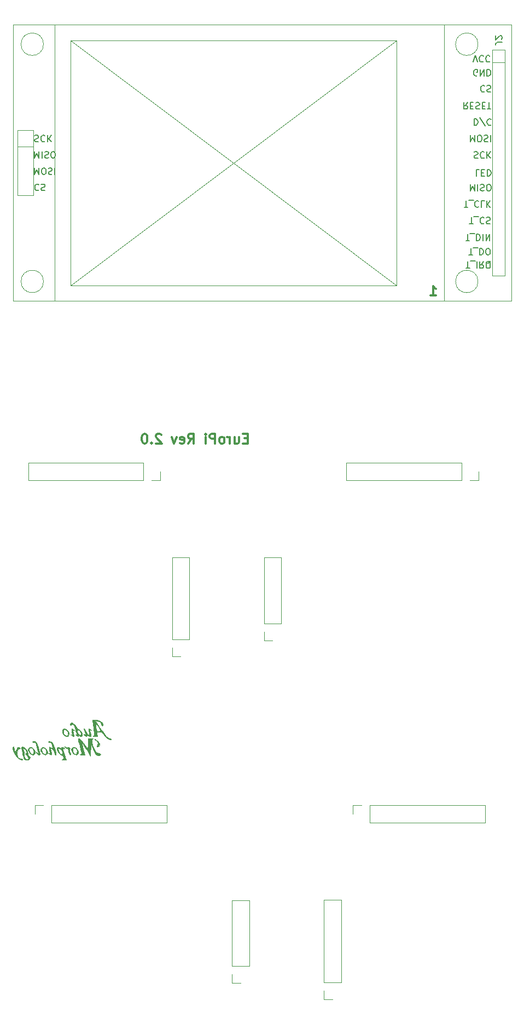
<source format=gbr>
%TF.GenerationSoftware,KiCad,Pcbnew,(5.99.0-9544-g366189b864)*%
%TF.CreationDate,2021-03-13T12:07:28+00:00*%
%TF.ProjectId,europi_main_v2,6575726f-7069-45f6-9d61-696e5f76322e,2.0*%
%TF.SameCoordinates,Original*%
%TF.FileFunction,Legend,Bot*%
%TF.FilePolarity,Positive*%
%FSLAX46Y46*%
G04 Gerber Fmt 4.6, Leading zero omitted, Abs format (unit mm)*
G04 Created by KiCad (PCBNEW (5.99.0-9544-g366189b864)) date 2021-03-13 12:07:28*
%MOMM*%
%LPD*%
G01*
G04 APERTURE LIST*
%ADD10C,0.300000*%
%ADD11C,0.150000*%
%ADD12C,0.120000*%
%ADD13C,0.010000*%
G04 APERTURE END LIST*
D10*
X60842857Y-81852857D02*
X60342857Y-81852857D01*
X60128571Y-82638571D02*
X60842857Y-82638571D01*
X60842857Y-81138571D01*
X60128571Y-81138571D01*
X58842857Y-81638571D02*
X58842857Y-82638571D01*
X59485714Y-81638571D02*
X59485714Y-82424285D01*
X59414285Y-82567142D01*
X59271428Y-82638571D01*
X59057142Y-82638571D01*
X58914285Y-82567142D01*
X58842857Y-82495714D01*
X58128571Y-82638571D02*
X58128571Y-81638571D01*
X58128571Y-81924285D02*
X58057142Y-81781428D01*
X57985714Y-81710000D01*
X57842857Y-81638571D01*
X57700000Y-81638571D01*
X56985714Y-82638571D02*
X57128571Y-82567142D01*
X57200000Y-82495714D01*
X57271428Y-82352857D01*
X57271428Y-81924285D01*
X57200000Y-81781428D01*
X57128571Y-81710000D01*
X56985714Y-81638571D01*
X56771428Y-81638571D01*
X56628571Y-81710000D01*
X56557142Y-81781428D01*
X56485714Y-81924285D01*
X56485714Y-82352857D01*
X56557142Y-82495714D01*
X56628571Y-82567142D01*
X56771428Y-82638571D01*
X56985714Y-82638571D01*
X55842857Y-82638571D02*
X55842857Y-81138571D01*
X55271428Y-81138571D01*
X55128571Y-81210000D01*
X55057142Y-81281428D01*
X54985714Y-81424285D01*
X54985714Y-81638571D01*
X55057142Y-81781428D01*
X55128571Y-81852857D01*
X55271428Y-81924285D01*
X55842857Y-81924285D01*
X54342857Y-82638571D02*
X54342857Y-81638571D01*
X54342857Y-81138571D02*
X54414285Y-81210000D01*
X54342857Y-81281428D01*
X54271428Y-81210000D01*
X54342857Y-81138571D01*
X54342857Y-81281428D01*
X51628571Y-82638571D02*
X52128571Y-81924285D01*
X52485714Y-82638571D02*
X52485714Y-81138571D01*
X51914285Y-81138571D01*
X51771428Y-81210000D01*
X51700000Y-81281428D01*
X51628571Y-81424285D01*
X51628571Y-81638571D01*
X51700000Y-81781428D01*
X51771428Y-81852857D01*
X51914285Y-81924285D01*
X52485714Y-81924285D01*
X50414285Y-82567142D02*
X50557142Y-82638571D01*
X50842857Y-82638571D01*
X50985714Y-82567142D01*
X51057142Y-82424285D01*
X51057142Y-81852857D01*
X50985714Y-81710000D01*
X50842857Y-81638571D01*
X50557142Y-81638571D01*
X50414285Y-81710000D01*
X50342857Y-81852857D01*
X50342857Y-81995714D01*
X51057142Y-82138571D01*
X49842857Y-81638571D02*
X49485714Y-82638571D01*
X49128571Y-81638571D01*
X47485714Y-81281428D02*
X47414285Y-81210000D01*
X47271428Y-81138571D01*
X46914285Y-81138571D01*
X46771428Y-81210000D01*
X46700000Y-81281428D01*
X46628571Y-81424285D01*
X46628571Y-81567142D01*
X46700000Y-81781428D01*
X47557142Y-82638571D01*
X46628571Y-82638571D01*
X45985714Y-82495714D02*
X45914285Y-82567142D01*
X45985714Y-82638571D01*
X46057142Y-82567142D01*
X45985714Y-82495714D01*
X45985714Y-82638571D01*
X44985714Y-81138571D02*
X44842857Y-81138571D01*
X44700000Y-81210000D01*
X44628571Y-81281428D01*
X44557142Y-81424285D01*
X44485714Y-81710000D01*
X44485714Y-82067142D01*
X44557142Y-82352857D01*
X44628571Y-82495714D01*
X44700000Y-82567142D01*
X44842857Y-82638571D01*
X44985714Y-82638571D01*
X45128571Y-82567142D01*
X45200000Y-82495714D01*
X45271428Y-82352857D01*
X45342857Y-82067142D01*
X45342857Y-81710000D01*
X45271428Y-81424285D01*
X45200000Y-81281428D01*
X45128571Y-81210000D01*
X44985714Y-81138571D01*
X89161428Y-59758571D02*
X90018571Y-59758571D01*
X89590000Y-59758571D02*
X89590000Y-58258571D01*
X89732857Y-58472857D01*
X89875714Y-58615714D01*
X90018571Y-58687142D01*
D11*
%TO.C,J10*%
X100247619Y-20533333D02*
X99533333Y-20533333D01*
X99390476Y-20580952D01*
X99295238Y-20676190D01*
X99247619Y-20819047D01*
X99247619Y-20914285D01*
X100152380Y-20104761D02*
X100200000Y-20057142D01*
X100247619Y-19961904D01*
X100247619Y-19723809D01*
X100200000Y-19628571D01*
X100152380Y-19580952D01*
X100057142Y-19533333D01*
X99961904Y-19533333D01*
X99819047Y-19580952D01*
X99247619Y-20152380D01*
X99247619Y-19533333D01*
X95328571Y-42547619D02*
X95328571Y-43547619D01*
X95661904Y-42833333D01*
X95995238Y-43547619D01*
X95995238Y-42547619D01*
X96471428Y-42547619D02*
X96471428Y-43547619D01*
X96900000Y-42595238D02*
X97042857Y-42547619D01*
X97280952Y-42547619D01*
X97376190Y-42595238D01*
X97423809Y-42642857D01*
X97471428Y-42738095D01*
X97471428Y-42833333D01*
X97423809Y-42928571D01*
X97376190Y-42976190D01*
X97280952Y-43023809D01*
X97090476Y-43071428D01*
X96995238Y-43119047D01*
X96947619Y-43166666D01*
X96900000Y-43261904D01*
X96900000Y-43357142D01*
X96947619Y-43452380D01*
X96995238Y-43500000D01*
X97090476Y-43547619D01*
X97328571Y-43547619D01*
X97471428Y-43500000D01*
X98090476Y-43547619D02*
X98280952Y-43547619D01*
X98376190Y-43500000D01*
X98471428Y-43404761D01*
X98519047Y-43214285D01*
X98519047Y-42880952D01*
X98471428Y-42690476D01*
X98376190Y-42595238D01*
X98280952Y-42547619D01*
X98090476Y-42547619D01*
X97995238Y-42595238D01*
X97900000Y-42690476D01*
X97852380Y-42880952D01*
X97852380Y-43214285D01*
X97900000Y-43404761D01*
X97995238Y-43500000D01*
X98090476Y-43547619D01*
X95328571Y-34947619D02*
X95328571Y-35947619D01*
X95661904Y-35233333D01*
X95995238Y-35947619D01*
X95995238Y-34947619D01*
X96661904Y-35947619D02*
X96852380Y-35947619D01*
X96947619Y-35900000D01*
X97042857Y-35804761D01*
X97090476Y-35614285D01*
X97090476Y-35280952D01*
X97042857Y-35090476D01*
X96947619Y-34995238D01*
X96852380Y-34947619D01*
X96661904Y-34947619D01*
X96566666Y-34995238D01*
X96471428Y-35090476D01*
X96423809Y-35280952D01*
X96423809Y-35614285D01*
X96471428Y-35804761D01*
X96566666Y-35900000D01*
X96661904Y-35947619D01*
X97471428Y-34995238D02*
X97614285Y-34947619D01*
X97852380Y-34947619D01*
X97947619Y-34995238D01*
X97995238Y-35042857D01*
X98042857Y-35138095D01*
X98042857Y-35233333D01*
X97995238Y-35328571D01*
X97947619Y-35376190D01*
X97852380Y-35423809D01*
X97661904Y-35471428D01*
X97566666Y-35519047D01*
X97519047Y-35566666D01*
X97471428Y-35661904D01*
X97471428Y-35757142D01*
X97519047Y-35852380D01*
X97566666Y-35900000D01*
X97661904Y-35947619D01*
X97900000Y-35947619D01*
X98042857Y-35900000D01*
X98471428Y-34947619D02*
X98471428Y-35947619D01*
X97533333Y-27342857D02*
X97485714Y-27295238D01*
X97342857Y-27247619D01*
X97247619Y-27247619D01*
X97104761Y-27295238D01*
X97009523Y-27390476D01*
X96961904Y-27485714D01*
X96914285Y-27676190D01*
X96914285Y-27819047D01*
X96961904Y-28009523D01*
X97009523Y-28104761D01*
X97104761Y-28200000D01*
X97247619Y-28247619D01*
X97342857Y-28247619D01*
X97485714Y-28200000D01*
X97533333Y-28152380D01*
X97914285Y-27295238D02*
X98057142Y-27247619D01*
X98295238Y-27247619D01*
X98390476Y-27295238D01*
X98438095Y-27342857D01*
X98485714Y-27438095D01*
X98485714Y-27533333D01*
X98438095Y-27628571D01*
X98390476Y-27676190D01*
X98295238Y-27723809D01*
X98104761Y-27771428D01*
X98009523Y-27819047D01*
X97961904Y-27866666D01*
X97914285Y-27961904D01*
X97914285Y-28057142D01*
X97961904Y-28152380D01*
X98009523Y-28200000D01*
X98104761Y-28247619D01*
X98342857Y-28247619D01*
X98485714Y-28200000D01*
X28523333Y-42602857D02*
X28475714Y-42555238D01*
X28332857Y-42507619D01*
X28237619Y-42507619D01*
X28094761Y-42555238D01*
X27999523Y-42650476D01*
X27951904Y-42745714D01*
X27904285Y-42936190D01*
X27904285Y-43079047D01*
X27951904Y-43269523D01*
X27999523Y-43364761D01*
X28094761Y-43460000D01*
X28237619Y-43507619D01*
X28332857Y-43507619D01*
X28475714Y-43460000D01*
X28523333Y-43412380D01*
X28904285Y-42555238D02*
X29047142Y-42507619D01*
X29285238Y-42507619D01*
X29380476Y-42555238D01*
X29428095Y-42602857D01*
X29475714Y-42698095D01*
X29475714Y-42793333D01*
X29428095Y-42888571D01*
X29380476Y-42936190D01*
X29285238Y-42983809D01*
X29094761Y-43031428D01*
X28999523Y-43079047D01*
X28951904Y-43126666D01*
X28904285Y-43221904D01*
X28904285Y-43317142D01*
X28951904Y-43412380D01*
X28999523Y-43460000D01*
X29094761Y-43507619D01*
X29332857Y-43507619D01*
X29475714Y-43460000D01*
X95207142Y-48647619D02*
X95778571Y-48647619D01*
X95492857Y-47647619D02*
X95492857Y-48647619D01*
X95873809Y-47552380D02*
X96635714Y-47552380D01*
X97445238Y-47742857D02*
X97397619Y-47695238D01*
X97254761Y-47647619D01*
X97159523Y-47647619D01*
X97016666Y-47695238D01*
X96921428Y-47790476D01*
X96873809Y-47885714D01*
X96826190Y-48076190D01*
X96826190Y-48219047D01*
X96873809Y-48409523D01*
X96921428Y-48504761D01*
X97016666Y-48600000D01*
X97159523Y-48647619D01*
X97254761Y-48647619D01*
X97397619Y-48600000D01*
X97445238Y-48552380D01*
X97826190Y-47695238D02*
X97969047Y-47647619D01*
X98207142Y-47647619D01*
X98302380Y-47695238D01*
X98350000Y-47742857D01*
X98397619Y-47838095D01*
X98397619Y-47933333D01*
X98350000Y-48028571D01*
X98302380Y-48076190D01*
X98207142Y-48123809D01*
X98016666Y-48171428D01*
X97921428Y-48219047D01*
X97873809Y-48266666D01*
X97826190Y-48361904D01*
X97826190Y-48457142D01*
X97873809Y-48552380D01*
X97921428Y-48600000D01*
X98016666Y-48647619D01*
X98254761Y-48647619D01*
X98397619Y-48600000D01*
X96388095Y-25700000D02*
X96292857Y-25747619D01*
X96150000Y-25747619D01*
X96007142Y-25700000D01*
X95911904Y-25604761D01*
X95864285Y-25509523D01*
X95816666Y-25319047D01*
X95816666Y-25176190D01*
X95864285Y-24985714D01*
X95911904Y-24890476D01*
X96007142Y-24795238D01*
X96150000Y-24747619D01*
X96245238Y-24747619D01*
X96388095Y-24795238D01*
X96435714Y-24842857D01*
X96435714Y-25176190D01*
X96245238Y-25176190D01*
X96864285Y-24747619D02*
X96864285Y-25747619D01*
X97435714Y-24747619D01*
X97435714Y-25747619D01*
X97911904Y-24747619D02*
X97911904Y-25747619D01*
X98150000Y-25747619D01*
X98292857Y-25700000D01*
X98388095Y-25604761D01*
X98435714Y-25509523D01*
X98483333Y-25319047D01*
X98483333Y-25176190D01*
X98435714Y-24985714D01*
X98388095Y-24890476D01*
X98292857Y-24795238D01*
X98150000Y-24747619D01*
X97911904Y-24747619D01*
X94887619Y-29867619D02*
X94554285Y-30343809D01*
X94316190Y-29867619D02*
X94316190Y-30867619D01*
X94697142Y-30867619D01*
X94792380Y-30820000D01*
X94840000Y-30772380D01*
X94887619Y-30677142D01*
X94887619Y-30534285D01*
X94840000Y-30439047D01*
X94792380Y-30391428D01*
X94697142Y-30343809D01*
X94316190Y-30343809D01*
X95316190Y-30391428D02*
X95649523Y-30391428D01*
X95792380Y-29867619D02*
X95316190Y-29867619D01*
X95316190Y-30867619D01*
X95792380Y-30867619D01*
X96173333Y-29915238D02*
X96316190Y-29867619D01*
X96554285Y-29867619D01*
X96649523Y-29915238D01*
X96697142Y-29962857D01*
X96744761Y-30058095D01*
X96744761Y-30153333D01*
X96697142Y-30248571D01*
X96649523Y-30296190D01*
X96554285Y-30343809D01*
X96363809Y-30391428D01*
X96268571Y-30439047D01*
X96220952Y-30486666D01*
X96173333Y-30581904D01*
X96173333Y-30677142D01*
X96220952Y-30772380D01*
X96268571Y-30820000D01*
X96363809Y-30867619D01*
X96601904Y-30867619D01*
X96744761Y-30820000D01*
X97173333Y-30391428D02*
X97506666Y-30391428D01*
X97649523Y-29867619D02*
X97173333Y-29867619D01*
X97173333Y-30867619D01*
X97649523Y-30867619D01*
X97935238Y-30867619D02*
X98506666Y-30867619D01*
X98220952Y-29867619D02*
X98220952Y-30867619D01*
X27888571Y-39997619D02*
X27888571Y-40997619D01*
X28221904Y-40283333D01*
X28555238Y-40997619D01*
X28555238Y-39997619D01*
X29221904Y-40997619D02*
X29412380Y-40997619D01*
X29507619Y-40950000D01*
X29602857Y-40854761D01*
X29650476Y-40664285D01*
X29650476Y-40330952D01*
X29602857Y-40140476D01*
X29507619Y-40045238D01*
X29412380Y-39997619D01*
X29221904Y-39997619D01*
X29126666Y-40045238D01*
X29031428Y-40140476D01*
X28983809Y-40330952D01*
X28983809Y-40664285D01*
X29031428Y-40854761D01*
X29126666Y-40950000D01*
X29221904Y-40997619D01*
X30031428Y-40045238D02*
X30174285Y-39997619D01*
X30412380Y-39997619D01*
X30507619Y-40045238D01*
X30555238Y-40092857D01*
X30602857Y-40188095D01*
X30602857Y-40283333D01*
X30555238Y-40378571D01*
X30507619Y-40426190D01*
X30412380Y-40473809D01*
X30221904Y-40521428D01*
X30126666Y-40569047D01*
X30079047Y-40616666D01*
X30031428Y-40711904D01*
X30031428Y-40807142D01*
X30079047Y-40902380D01*
X30126666Y-40950000D01*
X30221904Y-40997619D01*
X30460000Y-40997619D01*
X30602857Y-40950000D01*
X31031428Y-39997619D02*
X31031428Y-40997619D01*
X94378571Y-46097619D02*
X94950000Y-46097619D01*
X94664285Y-45097619D02*
X94664285Y-46097619D01*
X95045238Y-45002380D02*
X95807142Y-45002380D01*
X96616666Y-45192857D02*
X96569047Y-45145238D01*
X96426190Y-45097619D01*
X96330952Y-45097619D01*
X96188095Y-45145238D01*
X96092857Y-45240476D01*
X96045238Y-45335714D01*
X95997619Y-45526190D01*
X95997619Y-45669047D01*
X96045238Y-45859523D01*
X96092857Y-45954761D01*
X96188095Y-46050000D01*
X96330952Y-46097619D01*
X96426190Y-46097619D01*
X96569047Y-46050000D01*
X96616666Y-46002380D01*
X97521428Y-45097619D02*
X97045238Y-45097619D01*
X97045238Y-46097619D01*
X97854761Y-45097619D02*
X97854761Y-46097619D01*
X98426190Y-45097619D02*
X97997619Y-45669047D01*
X98426190Y-46097619D02*
X97854761Y-45526190D01*
X94661428Y-55517619D02*
X95232857Y-55517619D01*
X94947142Y-54517619D02*
X94947142Y-55517619D01*
X95328095Y-54422380D02*
X96090000Y-54422380D01*
X96328095Y-54517619D02*
X96328095Y-55517619D01*
X97375714Y-54517619D02*
X97042380Y-54993809D01*
X96804285Y-54517619D02*
X96804285Y-55517619D01*
X97185238Y-55517619D01*
X97280476Y-55470000D01*
X97328095Y-55422380D01*
X97375714Y-55327142D01*
X97375714Y-55184285D01*
X97328095Y-55089047D01*
X97280476Y-55041428D01*
X97185238Y-54993809D01*
X96804285Y-54993809D01*
X98470952Y-54422380D02*
X98375714Y-54470000D01*
X98280476Y-54565238D01*
X98137619Y-54708095D01*
X98042380Y-54755714D01*
X97947142Y-54755714D01*
X97994761Y-54517619D02*
X97899523Y-54565238D01*
X97804285Y-54660476D01*
X97756666Y-54850952D01*
X97756666Y-55184285D01*
X97804285Y-55374761D01*
X97899523Y-55470000D01*
X97994761Y-55517619D01*
X98185238Y-55517619D01*
X98280476Y-55470000D01*
X98375714Y-55374761D01*
X98423333Y-55184285D01*
X98423333Y-54850952D01*
X98375714Y-54660476D01*
X98280476Y-54565238D01*
X98185238Y-54517619D01*
X97994761Y-54517619D01*
X95109523Y-53457619D02*
X95680952Y-53457619D01*
X95395238Y-52457619D02*
X95395238Y-53457619D01*
X95776190Y-52362380D02*
X96538095Y-52362380D01*
X96776190Y-52457619D02*
X96776190Y-53457619D01*
X97014285Y-53457619D01*
X97157142Y-53410000D01*
X97252380Y-53314761D01*
X97300000Y-53219523D01*
X97347619Y-53029047D01*
X97347619Y-52886190D01*
X97300000Y-52695714D01*
X97252380Y-52600476D01*
X97157142Y-52505238D01*
X97014285Y-52457619D01*
X96776190Y-52457619D01*
X97966666Y-53457619D02*
X98157142Y-53457619D01*
X98252380Y-53410000D01*
X98347619Y-53314761D01*
X98395238Y-53124285D01*
X98395238Y-52790952D01*
X98347619Y-52600476D01*
X98252380Y-52505238D01*
X98157142Y-52457619D01*
X97966666Y-52457619D01*
X97871428Y-52505238D01*
X97776190Y-52600476D01*
X97728571Y-52790952D01*
X97728571Y-53124285D01*
X97776190Y-53314761D01*
X97871428Y-53410000D01*
X97966666Y-53457619D01*
X95914285Y-37535238D02*
X96057142Y-37487619D01*
X96295238Y-37487619D01*
X96390476Y-37535238D01*
X96438095Y-37582857D01*
X96485714Y-37678095D01*
X96485714Y-37773333D01*
X96438095Y-37868571D01*
X96390476Y-37916190D01*
X96295238Y-37963809D01*
X96104761Y-38011428D01*
X96009523Y-38059047D01*
X95961904Y-38106666D01*
X95914285Y-38201904D01*
X95914285Y-38297142D01*
X95961904Y-38392380D01*
X96009523Y-38440000D01*
X96104761Y-38487619D01*
X96342857Y-38487619D01*
X96485714Y-38440000D01*
X97485714Y-37582857D02*
X97438095Y-37535238D01*
X97295238Y-37487619D01*
X97200000Y-37487619D01*
X97057142Y-37535238D01*
X96961904Y-37630476D01*
X96914285Y-37725714D01*
X96866666Y-37916190D01*
X96866666Y-38059047D01*
X96914285Y-38249523D01*
X96961904Y-38344761D01*
X97057142Y-38440000D01*
X97200000Y-38487619D01*
X97295238Y-38487619D01*
X97438095Y-38440000D01*
X97485714Y-38392380D01*
X97914285Y-37487619D02*
X97914285Y-38487619D01*
X98485714Y-37487619D02*
X98057142Y-38059047D01*
X98485714Y-38487619D02*
X97914285Y-37916190D01*
X95914285Y-32407619D02*
X95914285Y-33407619D01*
X96152380Y-33407619D01*
X96295238Y-33360000D01*
X96390476Y-33264761D01*
X96438095Y-33169523D01*
X96485714Y-32979047D01*
X96485714Y-32836190D01*
X96438095Y-32645714D01*
X96390476Y-32550476D01*
X96295238Y-32455238D01*
X96152380Y-32407619D01*
X95914285Y-32407619D01*
X97628571Y-33455238D02*
X96771428Y-32169523D01*
X98533333Y-32502857D02*
X98485714Y-32455238D01*
X98342857Y-32407619D01*
X98247619Y-32407619D01*
X98104761Y-32455238D01*
X98009523Y-32550476D01*
X97961904Y-32645714D01*
X97914285Y-32836190D01*
X97914285Y-32979047D01*
X97961904Y-33169523D01*
X98009523Y-33264761D01*
X98104761Y-33360000D01*
X98247619Y-33407619D01*
X98342857Y-33407619D01*
X98485714Y-33360000D01*
X98533333Y-33312380D01*
X95766666Y-23597619D02*
X96100000Y-22597619D01*
X96433333Y-23597619D01*
X97338095Y-22692857D02*
X97290476Y-22645238D01*
X97147619Y-22597619D01*
X97052380Y-22597619D01*
X96909523Y-22645238D01*
X96814285Y-22740476D01*
X96766666Y-22835714D01*
X96719047Y-23026190D01*
X96719047Y-23169047D01*
X96766666Y-23359523D01*
X96814285Y-23454761D01*
X96909523Y-23550000D01*
X97052380Y-23597619D01*
X97147619Y-23597619D01*
X97290476Y-23550000D01*
X97338095Y-23502380D01*
X98338095Y-22692857D02*
X98290476Y-22645238D01*
X98147619Y-22597619D01*
X98052380Y-22597619D01*
X97909523Y-22645238D01*
X97814285Y-22740476D01*
X97766666Y-22835714D01*
X97719047Y-23026190D01*
X97719047Y-23169047D01*
X97766666Y-23359523D01*
X97814285Y-23454761D01*
X97909523Y-23550000D01*
X98052380Y-23597619D01*
X98147619Y-23597619D01*
X98290476Y-23550000D01*
X98338095Y-23502380D01*
X27894285Y-34995238D02*
X28037142Y-34947619D01*
X28275238Y-34947619D01*
X28370476Y-34995238D01*
X28418095Y-35042857D01*
X28465714Y-35138095D01*
X28465714Y-35233333D01*
X28418095Y-35328571D01*
X28370476Y-35376190D01*
X28275238Y-35423809D01*
X28084761Y-35471428D01*
X27989523Y-35519047D01*
X27941904Y-35566666D01*
X27894285Y-35661904D01*
X27894285Y-35757142D01*
X27941904Y-35852380D01*
X27989523Y-35900000D01*
X28084761Y-35947619D01*
X28322857Y-35947619D01*
X28465714Y-35900000D01*
X29465714Y-35042857D02*
X29418095Y-34995238D01*
X29275238Y-34947619D01*
X29180000Y-34947619D01*
X29037142Y-34995238D01*
X28941904Y-35090476D01*
X28894285Y-35185714D01*
X28846666Y-35376190D01*
X28846666Y-35519047D01*
X28894285Y-35709523D01*
X28941904Y-35804761D01*
X29037142Y-35900000D01*
X29180000Y-35947619D01*
X29275238Y-35947619D01*
X29418095Y-35900000D01*
X29465714Y-35852380D01*
X29894285Y-34947619D02*
X29894285Y-35947619D01*
X30465714Y-34947619D02*
X30037142Y-35519047D01*
X30465714Y-35947619D02*
X29894285Y-35376190D01*
X96707142Y-40247619D02*
X96230952Y-40247619D01*
X96230952Y-41247619D01*
X97040476Y-40771428D02*
X97373809Y-40771428D01*
X97516666Y-40247619D02*
X97040476Y-40247619D01*
X97040476Y-41247619D01*
X97516666Y-41247619D01*
X97945238Y-40247619D02*
X97945238Y-41247619D01*
X98183333Y-41247619D01*
X98326190Y-41200000D01*
X98421428Y-41104761D01*
X98469047Y-41009523D01*
X98516666Y-40819047D01*
X98516666Y-40676190D01*
X98469047Y-40485714D01*
X98421428Y-40390476D01*
X98326190Y-40295238D01*
X98183333Y-40247619D01*
X97945238Y-40247619D01*
X27888571Y-37457619D02*
X27888571Y-38457619D01*
X28221904Y-37743333D01*
X28555238Y-38457619D01*
X28555238Y-37457619D01*
X29031428Y-37457619D02*
X29031428Y-38457619D01*
X29460000Y-37505238D02*
X29602857Y-37457619D01*
X29840952Y-37457619D01*
X29936190Y-37505238D01*
X29983809Y-37552857D01*
X30031428Y-37648095D01*
X30031428Y-37743333D01*
X29983809Y-37838571D01*
X29936190Y-37886190D01*
X29840952Y-37933809D01*
X29650476Y-37981428D01*
X29555238Y-38029047D01*
X29507619Y-38076666D01*
X29460000Y-38171904D01*
X29460000Y-38267142D01*
X29507619Y-38362380D01*
X29555238Y-38410000D01*
X29650476Y-38457619D01*
X29888571Y-38457619D01*
X30031428Y-38410000D01*
X30650476Y-38457619D02*
X30840952Y-38457619D01*
X30936190Y-38410000D01*
X31031428Y-38314761D01*
X31079047Y-38124285D01*
X31079047Y-37790952D01*
X31031428Y-37600476D01*
X30936190Y-37505238D01*
X30840952Y-37457619D01*
X30650476Y-37457619D01*
X30555238Y-37505238D01*
X30460000Y-37600476D01*
X30412380Y-37790952D01*
X30412380Y-38124285D01*
X30460000Y-38314761D01*
X30555238Y-38410000D01*
X30650476Y-38457619D01*
X94621428Y-51247619D02*
X95192857Y-51247619D01*
X94907142Y-50247619D02*
X94907142Y-51247619D01*
X95288095Y-50152380D02*
X96050000Y-50152380D01*
X96288095Y-50247619D02*
X96288095Y-51247619D01*
X96526190Y-51247619D01*
X96669047Y-51200000D01*
X96764285Y-51104761D01*
X96811904Y-51009523D01*
X96859523Y-50819047D01*
X96859523Y-50676190D01*
X96811904Y-50485714D01*
X96764285Y-50390476D01*
X96669047Y-50295238D01*
X96526190Y-50247619D01*
X96288095Y-50247619D01*
X97288095Y-50247619D02*
X97288095Y-51247619D01*
X97764285Y-50247619D02*
X97764285Y-51247619D01*
X98335714Y-50247619D01*
X98335714Y-51247619D01*
D12*
%TO.C,P3*%
X47330000Y-88330000D02*
X47330000Y-87000000D01*
X44730000Y-88330000D02*
X44730000Y-85670000D01*
X44730000Y-85670000D02*
X26890000Y-85670000D01*
X44730000Y-88330000D02*
X26890000Y-88330000D01*
X26890000Y-88330000D02*
X26890000Y-85670000D01*
X46000000Y-88330000D02*
X47330000Y-88330000D01*
%TO.C,P4*%
X96580000Y-88330000D02*
X96580000Y-87000000D01*
X95250000Y-88330000D02*
X96580000Y-88330000D01*
X76140000Y-88330000D02*
X76140000Y-85670000D01*
X93980000Y-88330000D02*
X76140000Y-88330000D01*
X93980000Y-85670000D02*
X76140000Y-85670000D01*
X93980000Y-88330000D02*
X93980000Y-85670000D01*
%TO.C,P6*%
X79770000Y-138670000D02*
X79770000Y-141330000D01*
X79770000Y-138670000D02*
X97610000Y-138670000D01*
X79770000Y-141330000D02*
X97610000Y-141330000D01*
X78500000Y-138670000D02*
X77170000Y-138670000D01*
X97610000Y-138670000D02*
X97610000Y-141330000D01*
X77170000Y-138670000D02*
X77170000Y-140000000D01*
%TO.C,P7*%
X30520000Y-138670000D02*
X48360000Y-138670000D01*
X29250000Y-138670000D02*
X27920000Y-138670000D01*
X27920000Y-138670000D02*
X27920000Y-140000000D01*
X30520000Y-141330000D02*
X48360000Y-141330000D01*
X48360000Y-138670000D02*
X48360000Y-141330000D01*
X30520000Y-138670000D02*
X30520000Y-141330000D01*
D13*
%TO.C,*%
X24513397Y-129694229D02*
X24512764Y-129900534D01*
X24512764Y-129900534D02*
X24590258Y-130193540D01*
X24590258Y-130193540D02*
X24729202Y-130531656D01*
X24729202Y-130531656D02*
X24912917Y-130873290D01*
X24912917Y-130873290D02*
X25124723Y-131176849D01*
X25124723Y-131176849D02*
X25313314Y-131372970D01*
X25313314Y-131372970D02*
X25575681Y-131549757D01*
X25575681Y-131549757D02*
X25815924Y-131640176D01*
X25815924Y-131640176D02*
X25983488Y-131631998D01*
X25983488Y-131631998D02*
X26031237Y-131546619D01*
X26031237Y-131546619D02*
X25943004Y-131475070D01*
X25943004Y-131475070D02*
X25730643Y-131445020D01*
X25730643Y-131445020D02*
X25728780Y-131445019D01*
X25728780Y-131445019D02*
X25414448Y-131360716D01*
X25414448Y-131360716D02*
X25214808Y-131121467D01*
X25214808Y-131121467D02*
X25142017Y-130747756D01*
X25142017Y-130747756D02*
X25161053Y-130488311D01*
X25161053Y-130488311D02*
X25258852Y-130117532D01*
X25258852Y-130117532D02*
X25408720Y-129896629D01*
X25408720Y-129896629D02*
X25592382Y-129848950D01*
X25592382Y-129848950D02*
X25645787Y-129869006D01*
X25645787Y-129869006D02*
X25679311Y-129867866D01*
X25679311Y-129867866D02*
X25578146Y-129774783D01*
X25578146Y-129774783D02*
X25386520Y-129659172D01*
X25386520Y-129659172D02*
X25241693Y-129688846D01*
X25241693Y-129688846D02*
X25115962Y-129883483D01*
X25115962Y-129883483D02*
X25007694Y-130179933D01*
X25007694Y-130179933D02*
X24912523Y-130458671D01*
X24912523Y-130458671D02*
X24852834Y-130564012D01*
X24852834Y-130564012D02*
X24808358Y-130517960D01*
X24808358Y-130517960D02*
X24780481Y-130426589D01*
X24780481Y-130426589D02*
X24726968Y-130120737D01*
X24726968Y-130120737D02*
X24711825Y-129895619D01*
X24711825Y-129895619D02*
X24678928Y-129692823D01*
X24678928Y-129692823D02*
X24608837Y-129616219D01*
X24608837Y-129616219D02*
X24513397Y-129694229D01*
X24513397Y-129694229D02*
X24513397Y-129694229D01*
G36*
X24678928Y-129692823D02*
G01*
X24711825Y-129895619D01*
X24726968Y-130120737D01*
X24780481Y-130426589D01*
X24808358Y-130517960D01*
X24852834Y-130564012D01*
X24912523Y-130458671D01*
X25007694Y-130179933D01*
X25115962Y-129883483D01*
X25241693Y-129688846D01*
X25386520Y-129659172D01*
X25578146Y-129774783D01*
X25679311Y-129867866D01*
X25645787Y-129869006D01*
X25592382Y-129848950D01*
X25408720Y-129896629D01*
X25258852Y-130117532D01*
X25161053Y-130488311D01*
X25142017Y-130747756D01*
X25214808Y-131121467D01*
X25414448Y-131360716D01*
X25728780Y-131445019D01*
X25730643Y-131445020D01*
X25943004Y-131475070D01*
X26031237Y-131546619D01*
X25983488Y-131631998D01*
X25815924Y-131640176D01*
X25575681Y-131549757D01*
X25313314Y-131372970D01*
X25124723Y-131176849D01*
X24912917Y-130873290D01*
X24729202Y-130531656D01*
X24590258Y-130193540D01*
X24512764Y-129900534D01*
X24513397Y-129694229D01*
X24608837Y-129616219D01*
X24678928Y-129692823D01*
G37*
X24678928Y-129692823D02*
X24711825Y-129895619D01*
X24726968Y-130120737D01*
X24780481Y-130426589D01*
X24808358Y-130517960D01*
X24852834Y-130564012D01*
X24912523Y-130458671D01*
X25007694Y-130179933D01*
X25115962Y-129883483D01*
X25241693Y-129688846D01*
X25386520Y-129659172D01*
X25578146Y-129774783D01*
X25679311Y-129867866D01*
X25645787Y-129869006D01*
X25592382Y-129848950D01*
X25408720Y-129896629D01*
X25258852Y-130117532D01*
X25161053Y-130488311D01*
X25142017Y-130747756D01*
X25214808Y-131121467D01*
X25414448Y-131360716D01*
X25728780Y-131445019D01*
X25730643Y-131445020D01*
X25943004Y-131475070D01*
X26031237Y-131546619D01*
X25983488Y-131631998D01*
X25815924Y-131640176D01*
X25575681Y-131549757D01*
X25313314Y-131372970D01*
X25124723Y-131176849D01*
X24912917Y-130873290D01*
X24729202Y-130531656D01*
X24590258Y-130193540D01*
X24512764Y-129900534D01*
X24513397Y-129694229D01*
X24608837Y-129616219D01*
X24678928Y-129692823D01*
X33464774Y-125938260D02*
X33405716Y-126023960D01*
X33405716Y-126023960D02*
X33380761Y-126198296D01*
X33380761Y-126198296D02*
X33441870Y-126261594D01*
X33441870Y-126261594D02*
X33541936Y-126174279D01*
X33541936Y-126174279D02*
X33699626Y-126077292D01*
X33699626Y-126077292D02*
X33809377Y-126075774D01*
X33809377Y-126075774D02*
X33932250Y-126162343D01*
X33932250Y-126162343D02*
X34046877Y-126390751D01*
X34046877Y-126390751D02*
X34167583Y-126790181D01*
X34167583Y-126790181D02*
X34175882Y-126822371D01*
X34175882Y-126822371D02*
X34289043Y-127283791D01*
X34289043Y-127283791D02*
X34345837Y-127576205D01*
X34345837Y-127576205D02*
X34347830Y-127725376D01*
X34347830Y-127725376D02*
X34296588Y-127757065D01*
X34296588Y-127757065D02*
X34230649Y-127723659D01*
X34230649Y-127723659D02*
X34194690Y-127713535D01*
X34194690Y-127713535D02*
X34292705Y-127812819D01*
X34292705Y-127812819D02*
X34508513Y-127966300D01*
X34508513Y-127966300D02*
X34638817Y-127963821D01*
X34638817Y-127963821D02*
X34667237Y-127868699D01*
X34667237Y-127868699D02*
X34697226Y-127798013D01*
X34697226Y-127798013D02*
X34789157Y-127868699D01*
X34789157Y-127868699D02*
X34997111Y-127982897D01*
X34997111Y-127982897D02*
X35178247Y-127929077D01*
X35178247Y-127929077D02*
X35243640Y-127828984D01*
X35243640Y-127828984D02*
X35244051Y-127606825D01*
X35244051Y-127606825D02*
X35073637Y-127606825D01*
X35073637Y-127606825D02*
X35012809Y-127758704D01*
X35012809Y-127758704D02*
X34865593Y-127767936D01*
X34865593Y-127767936D02*
X34684897Y-127639821D01*
X34684897Y-127639821D02*
X34622199Y-127561612D01*
X34622199Y-127561612D02*
X34494384Y-127305495D01*
X34494384Y-127305495D02*
X34475439Y-127093428D01*
X34475439Y-127093428D02*
X34566453Y-126980797D01*
X34566453Y-126980797D02*
X34610676Y-126974619D01*
X34610676Y-126974619D02*
X34784448Y-127059801D01*
X34784448Y-127059801D02*
X34953491Y-127263391D01*
X34953491Y-127263391D02*
X35060733Y-127507455D01*
X35060733Y-127507455D02*
X35073637Y-127606825D01*
X35073637Y-127606825D02*
X35244051Y-127606825D01*
X35244051Y-127606825D02*
X35244093Y-127584136D01*
X35244093Y-127584136D02*
X35122280Y-127291153D01*
X35122280Y-127291153D02*
X34920154Y-127021576D01*
X34920154Y-127021576D02*
X34679668Y-126846947D01*
X34679668Y-126846947D02*
X34664110Y-126840738D01*
X34664110Y-126840738D02*
X34454471Y-126727038D01*
X34454471Y-126727038D02*
X34362611Y-126608761D01*
X34362611Y-126608761D02*
X34362437Y-126604539D01*
X34362437Y-126604539D02*
X34289790Y-126418198D01*
X34289790Y-126418198D02*
X34113499Y-126188960D01*
X34113499Y-126188960D02*
X33896035Y-125982661D01*
X33896035Y-125982661D02*
X33699874Y-125865134D01*
X33699874Y-125865134D02*
X33653076Y-125857018D01*
X33653076Y-125857018D02*
X33464774Y-125938260D01*
X33464774Y-125938260D02*
X33464774Y-125938260D01*
G36*
X35178247Y-127929077D02*
G01*
X34997111Y-127982897D01*
X34789157Y-127868699D01*
X34697226Y-127798013D01*
X34667237Y-127868699D01*
X34638817Y-127963821D01*
X34508513Y-127966300D01*
X34292705Y-127812819D01*
X34194690Y-127713535D01*
X34230649Y-127723659D01*
X34296588Y-127757065D01*
X34347830Y-127725376D01*
X34345837Y-127576205D01*
X34289043Y-127283791D01*
X34242357Y-127093428D01*
X34475439Y-127093428D01*
X34494384Y-127305495D01*
X34622199Y-127561612D01*
X34684897Y-127639821D01*
X34865593Y-127767936D01*
X35012809Y-127758704D01*
X35073637Y-127606825D01*
X35060733Y-127507455D01*
X34953491Y-127263391D01*
X34784448Y-127059801D01*
X34610676Y-126974619D01*
X34566453Y-126980797D01*
X34475439Y-127093428D01*
X34242357Y-127093428D01*
X34175882Y-126822371D01*
X34167583Y-126790181D01*
X34046877Y-126390751D01*
X33932250Y-126162343D01*
X33809377Y-126075774D01*
X33699626Y-126077292D01*
X33541936Y-126174279D01*
X33441870Y-126261594D01*
X33380761Y-126198296D01*
X33405716Y-126023960D01*
X33464774Y-125938260D01*
X33653076Y-125857018D01*
X33699874Y-125865134D01*
X33896035Y-125982661D01*
X34113499Y-126188960D01*
X34289790Y-126418198D01*
X34362437Y-126604539D01*
X34362611Y-126608761D01*
X34454471Y-126727038D01*
X34664110Y-126840738D01*
X34679668Y-126846947D01*
X34920154Y-127021576D01*
X35122280Y-127291153D01*
X35244093Y-127584136D01*
X35244051Y-127606825D01*
X35243640Y-127828984D01*
X35178247Y-127929077D01*
G37*
X35178247Y-127929077D02*
X34997111Y-127982897D01*
X34789157Y-127868699D01*
X34697226Y-127798013D01*
X34667237Y-127868699D01*
X34638817Y-127963821D01*
X34508513Y-127966300D01*
X34292705Y-127812819D01*
X34194690Y-127713535D01*
X34230649Y-127723659D01*
X34296588Y-127757065D01*
X34347830Y-127725376D01*
X34345837Y-127576205D01*
X34289043Y-127283791D01*
X34242357Y-127093428D01*
X34475439Y-127093428D01*
X34494384Y-127305495D01*
X34622199Y-127561612D01*
X34684897Y-127639821D01*
X34865593Y-127767936D01*
X35012809Y-127758704D01*
X35073637Y-127606825D01*
X35060733Y-127507455D01*
X34953491Y-127263391D01*
X34784448Y-127059801D01*
X34610676Y-126974619D01*
X34566453Y-126980797D01*
X34475439Y-127093428D01*
X34242357Y-127093428D01*
X34175882Y-126822371D01*
X34167583Y-126790181D01*
X34046877Y-126390751D01*
X33932250Y-126162343D01*
X33809377Y-126075774D01*
X33699626Y-126077292D01*
X33541936Y-126174279D01*
X33441870Y-126261594D01*
X33380761Y-126198296D01*
X33405716Y-126023960D01*
X33464774Y-125938260D01*
X33653076Y-125857018D01*
X33699874Y-125865134D01*
X33896035Y-125982661D01*
X34113499Y-126188960D01*
X34289790Y-126418198D01*
X34362437Y-126604539D01*
X34362611Y-126608761D01*
X34454471Y-126727038D01*
X34664110Y-126840738D01*
X34679668Y-126846947D01*
X34920154Y-127021576D01*
X35122280Y-127291153D01*
X35244093Y-127584136D01*
X35244051Y-127606825D01*
X35243640Y-127828984D01*
X35178247Y-127929077D01*
X29006696Y-129667275D02*
X28925518Y-129718913D01*
X28925518Y-129718913D02*
X28789542Y-129949007D01*
X28789542Y-129949007D02*
X28818947Y-130241728D01*
X28818947Y-130241728D02*
X29008253Y-130549719D01*
X29008253Y-130549719D02*
X29023586Y-130566583D01*
X29023586Y-130566583D02*
X29310451Y-130785157D01*
X29310451Y-130785157D02*
X29581661Y-130821112D01*
X29581661Y-130821112D02*
X29770117Y-130713499D01*
X29770117Y-130713499D02*
X29880413Y-130486165D01*
X29880413Y-130486165D02*
X29859945Y-130326232D01*
X29859945Y-130326232D02*
X29688837Y-130326232D01*
X29688837Y-130326232D02*
X29639843Y-130620060D01*
X29639843Y-130620060D02*
X29500789Y-130733316D01*
X29500789Y-130733316D02*
X29283572Y-130660579D01*
X29283572Y-130660579D02*
X29163438Y-130565672D01*
X29163438Y-130565672D02*
X29028653Y-130353667D01*
X29028653Y-130353667D02*
X28981543Y-130092711D01*
X28981543Y-130092711D02*
X29025032Y-129863086D01*
X29025032Y-129863086D02*
X29133822Y-129753108D01*
X29133822Y-129753108D02*
X29335999Y-129770332D01*
X29335999Y-129770332D02*
X29531002Y-129927246D01*
X29531002Y-129927246D02*
X29663042Y-130166240D01*
X29663042Y-130166240D02*
X29688837Y-130326232D01*
X29688837Y-130326232D02*
X29859945Y-130326232D01*
X29859945Y-130326232D02*
X29846636Y-130222244D01*
X29846636Y-130222244D02*
X29705581Y-129965066D01*
X29705581Y-129965066D02*
X29494043Y-129757959D01*
X29494043Y-129757959D02*
X29248816Y-129644252D01*
X29248816Y-129644252D02*
X29006696Y-129667275D01*
X29006696Y-129667275D02*
X29006696Y-129667275D01*
G36*
X29770117Y-130713499D02*
G01*
X29581661Y-130821112D01*
X29310451Y-130785157D01*
X29023586Y-130566583D01*
X29008253Y-130549719D01*
X28818947Y-130241728D01*
X28803978Y-130092711D01*
X28981543Y-130092711D01*
X29028653Y-130353667D01*
X29163438Y-130565672D01*
X29283572Y-130660579D01*
X29500789Y-130733316D01*
X29639843Y-130620060D01*
X29688837Y-130326232D01*
X29663042Y-130166240D01*
X29531002Y-129927246D01*
X29335999Y-129770332D01*
X29133822Y-129753108D01*
X29025032Y-129863086D01*
X28981543Y-130092711D01*
X28803978Y-130092711D01*
X28789542Y-129949007D01*
X28925518Y-129718913D01*
X29006696Y-129667275D01*
X29248816Y-129644252D01*
X29494043Y-129757959D01*
X29705581Y-129965066D01*
X29846636Y-130222244D01*
X29859945Y-130326232D01*
X29880413Y-130486165D01*
X29770117Y-130713499D01*
G37*
X29770117Y-130713499D02*
X29581661Y-130821112D01*
X29310451Y-130785157D01*
X29023586Y-130566583D01*
X29008253Y-130549719D01*
X28818947Y-130241728D01*
X28803978Y-130092711D01*
X28981543Y-130092711D01*
X29028653Y-130353667D01*
X29163438Y-130565672D01*
X29283572Y-130660579D01*
X29500789Y-130733316D01*
X29639843Y-130620060D01*
X29688837Y-130326232D01*
X29663042Y-130166240D01*
X29531002Y-129927246D01*
X29335999Y-129770332D01*
X29133822Y-129753108D01*
X29025032Y-129863086D01*
X28981543Y-130092711D01*
X28803978Y-130092711D01*
X28789542Y-129949007D01*
X28925518Y-129718913D01*
X29006696Y-129667275D01*
X29248816Y-129644252D01*
X29494043Y-129757959D01*
X29705581Y-129965066D01*
X29846636Y-130222244D01*
X29859945Y-130326232D01*
X29880413Y-130486165D01*
X29770117Y-130713499D01*
X33781896Y-129667275D02*
X33700718Y-129718913D01*
X33700718Y-129718913D02*
X33564742Y-129949007D01*
X33564742Y-129949007D02*
X33594147Y-130241728D01*
X33594147Y-130241728D02*
X33783453Y-130549719D01*
X33783453Y-130549719D02*
X33798786Y-130566583D01*
X33798786Y-130566583D02*
X34085651Y-130785157D01*
X34085651Y-130785157D02*
X34356861Y-130821112D01*
X34356861Y-130821112D02*
X34545317Y-130713499D01*
X34545317Y-130713499D02*
X34655613Y-130486165D01*
X34655613Y-130486165D02*
X34635145Y-130326232D01*
X34635145Y-130326232D02*
X34464037Y-130326232D01*
X34464037Y-130326232D02*
X34415043Y-130620060D01*
X34415043Y-130620060D02*
X34275989Y-130733316D01*
X34275989Y-130733316D02*
X34058772Y-130660579D01*
X34058772Y-130660579D02*
X33938638Y-130565672D01*
X33938638Y-130565672D02*
X33803853Y-130353667D01*
X33803853Y-130353667D02*
X33756743Y-130092711D01*
X33756743Y-130092711D02*
X33800232Y-129863086D01*
X33800232Y-129863086D02*
X33909022Y-129753108D01*
X33909022Y-129753108D02*
X34111199Y-129770332D01*
X34111199Y-129770332D02*
X34306202Y-129927246D01*
X34306202Y-129927246D02*
X34438242Y-130166240D01*
X34438242Y-130166240D02*
X34464037Y-130326232D01*
X34464037Y-130326232D02*
X34635145Y-130326232D01*
X34635145Y-130326232D02*
X34621836Y-130222244D01*
X34621836Y-130222244D02*
X34480781Y-129965066D01*
X34480781Y-129965066D02*
X34269243Y-129757959D01*
X34269243Y-129757959D02*
X34024016Y-129644252D01*
X34024016Y-129644252D02*
X33781896Y-129667275D01*
X33781896Y-129667275D02*
X33781896Y-129667275D01*
G36*
X34545317Y-130713499D02*
G01*
X34356861Y-130821112D01*
X34085651Y-130785157D01*
X33798786Y-130566583D01*
X33783453Y-130549719D01*
X33594147Y-130241728D01*
X33579178Y-130092711D01*
X33756743Y-130092711D01*
X33803853Y-130353667D01*
X33938638Y-130565672D01*
X34058772Y-130660579D01*
X34275989Y-130733316D01*
X34415043Y-130620060D01*
X34464037Y-130326232D01*
X34438242Y-130166240D01*
X34306202Y-129927246D01*
X34111199Y-129770332D01*
X33909022Y-129753108D01*
X33800232Y-129863086D01*
X33756743Y-130092711D01*
X33579178Y-130092711D01*
X33564742Y-129949007D01*
X33700718Y-129718913D01*
X33781896Y-129667275D01*
X34024016Y-129644252D01*
X34269243Y-129757959D01*
X34480781Y-129965066D01*
X34621836Y-130222244D01*
X34635145Y-130326232D01*
X34655613Y-130486165D01*
X34545317Y-130713499D01*
G37*
X34545317Y-130713499D02*
X34356861Y-130821112D01*
X34085651Y-130785157D01*
X33798786Y-130566583D01*
X33783453Y-130549719D01*
X33594147Y-130241728D01*
X33579178Y-130092711D01*
X33756743Y-130092711D01*
X33803853Y-130353667D01*
X33938638Y-130565672D01*
X34058772Y-130660579D01*
X34275989Y-130733316D01*
X34415043Y-130620060D01*
X34464037Y-130326232D01*
X34438242Y-130166240D01*
X34306202Y-129927246D01*
X34111199Y-129770332D01*
X33909022Y-129753108D01*
X33800232Y-129863086D01*
X33756743Y-130092711D01*
X33579178Y-130092711D01*
X33564742Y-129949007D01*
X33700718Y-129718913D01*
X33781896Y-129667275D01*
X34024016Y-129644252D01*
X34269243Y-129757959D01*
X34480781Y-129965066D01*
X34621836Y-130222244D01*
X34635145Y-130326232D01*
X34655613Y-130486165D01*
X34545317Y-130713499D01*
X30026332Y-128728525D02*
X29993637Y-128803419D01*
X29993637Y-128803419D02*
X30080464Y-128880225D01*
X30080464Y-128880225D02*
X30243721Y-128905019D01*
X30243721Y-128905019D02*
X30415942Y-128940434D01*
X30415942Y-128940434D02*
X30526717Y-129081487D01*
X30526717Y-129081487D02*
X30605999Y-129321674D01*
X30605999Y-129321674D02*
X30673990Y-129632800D01*
X30673990Y-129632800D02*
X30654572Y-129778673D01*
X30654572Y-129778673D02*
X30536924Y-129782255D01*
X30536924Y-129782255D02*
X30415419Y-129726050D01*
X30415419Y-129726050D02*
X30224709Y-129638885D01*
X30224709Y-129638885D02*
X30139423Y-129616219D01*
X30139423Y-129616219D02*
X30107893Y-129702590D01*
X30107893Y-129702590D02*
X30121616Y-129915781D01*
X30121616Y-129915781D02*
X30171159Y-130186911D01*
X30171159Y-130186911D02*
X30247088Y-130447097D01*
X30247088Y-130447097D02*
X30256632Y-130472057D01*
X30256632Y-130472057D02*
X30286144Y-130611840D01*
X30286144Y-130611840D02*
X30178584Y-130612215D01*
X30178584Y-130612215D02*
X30138276Y-130598808D01*
X30138276Y-130598808D02*
X30004328Y-130556592D01*
X30004328Y-130556592D02*
X30030976Y-130596738D01*
X30030976Y-130596738D02*
X30140056Y-130682769D01*
X30140056Y-130682769D02*
X30360124Y-130820513D01*
X30360124Y-130820513D02*
X30475297Y-130803193D01*
X30475297Y-130803193D02*
X30490796Y-130621813D01*
X30490796Y-130621813D02*
X30411843Y-130267376D01*
X30411843Y-130267376D02*
X30401775Y-130231877D01*
X30401775Y-130231877D02*
X30338340Y-129956610D01*
X30338340Y-129956610D02*
X30367243Y-129844445D01*
X30367243Y-129844445D02*
X30503215Y-129870687D01*
X30503215Y-129870687D02*
X30591085Y-129914515D01*
X30591085Y-129914515D02*
X30750536Y-130081014D01*
X30750536Y-130081014D02*
X30885021Y-130354704D01*
X30885021Y-130354704D02*
X30908503Y-130430746D01*
X30908503Y-130430746D02*
X30999121Y-130682473D01*
X30999121Y-130682473D02*
X31094399Y-130824076D01*
X31094399Y-130824076D02*
X31122000Y-130835419D01*
X31122000Y-130835419D02*
X31185487Y-130757038D01*
X31185487Y-130757038D02*
X31174236Y-130657619D01*
X31174236Y-130657619D02*
X31123216Y-130470236D01*
X31123216Y-130470236D02*
X31041669Y-130156671D01*
X31041669Y-130156671D02*
X30955988Y-129819419D01*
X30955988Y-129819419D02*
X30837493Y-129439832D01*
X30837493Y-129439832D02*
X30695013Y-129112221D01*
X30695013Y-129112221D02*
X30577326Y-128930419D01*
X30577326Y-128930419D02*
X30376766Y-128776411D01*
X30376766Y-128776411D02*
X30171898Y-128704500D01*
X30171898Y-128704500D02*
X30026332Y-128728525D01*
X30026332Y-128728525D02*
X30026332Y-128728525D01*
G36*
X30376766Y-128776411D02*
G01*
X30577326Y-128930419D01*
X30695013Y-129112221D01*
X30837493Y-129439832D01*
X30955988Y-129819419D01*
X31041669Y-130156671D01*
X31123216Y-130470236D01*
X31174236Y-130657619D01*
X31185487Y-130757038D01*
X31122000Y-130835419D01*
X31094399Y-130824076D01*
X30999121Y-130682473D01*
X30908503Y-130430746D01*
X30885021Y-130354704D01*
X30750536Y-130081014D01*
X30591085Y-129914515D01*
X30503215Y-129870687D01*
X30367243Y-129844445D01*
X30338340Y-129956610D01*
X30401775Y-130231877D01*
X30411843Y-130267376D01*
X30490796Y-130621813D01*
X30475297Y-130803193D01*
X30360124Y-130820513D01*
X30140056Y-130682769D01*
X30030976Y-130596738D01*
X30004328Y-130556592D01*
X30138276Y-130598808D01*
X30178584Y-130612215D01*
X30286144Y-130611840D01*
X30256632Y-130472057D01*
X30247088Y-130447097D01*
X30171159Y-130186911D01*
X30121616Y-129915781D01*
X30107893Y-129702590D01*
X30139423Y-129616219D01*
X30224709Y-129638885D01*
X30415419Y-129726050D01*
X30536924Y-129782255D01*
X30654572Y-129778673D01*
X30673990Y-129632800D01*
X30605999Y-129321674D01*
X30526717Y-129081487D01*
X30415942Y-128940434D01*
X30243721Y-128905019D01*
X30080464Y-128880225D01*
X29993637Y-128803419D01*
X30026332Y-128728525D01*
X30171898Y-128704500D01*
X30376766Y-128776411D01*
G37*
X30376766Y-128776411D02*
X30577326Y-128930419D01*
X30695013Y-129112221D01*
X30837493Y-129439832D01*
X30955988Y-129819419D01*
X31041669Y-130156671D01*
X31123216Y-130470236D01*
X31174236Y-130657619D01*
X31185487Y-130757038D01*
X31122000Y-130835419D01*
X31094399Y-130824076D01*
X30999121Y-130682473D01*
X30908503Y-130430746D01*
X30885021Y-130354704D01*
X30750536Y-130081014D01*
X30591085Y-129914515D01*
X30503215Y-129870687D01*
X30367243Y-129844445D01*
X30338340Y-129956610D01*
X30401775Y-130231877D01*
X30411843Y-130267376D01*
X30490796Y-130621813D01*
X30475297Y-130803193D01*
X30360124Y-130820513D01*
X30140056Y-130682769D01*
X30030976Y-130596738D01*
X30004328Y-130556592D01*
X30138276Y-130598808D01*
X30178584Y-130612215D01*
X30286144Y-130611840D01*
X30256632Y-130472057D01*
X30247088Y-130447097D01*
X30171159Y-130186911D01*
X30121616Y-129915781D01*
X30107893Y-129702590D01*
X30139423Y-129616219D01*
X30224709Y-129638885D01*
X30415419Y-129726050D01*
X30536924Y-129782255D01*
X30654572Y-129778673D01*
X30673990Y-129632800D01*
X30605999Y-129321674D01*
X30526717Y-129081487D01*
X30415942Y-128940434D01*
X30243721Y-128905019D01*
X30080464Y-128880225D01*
X29993637Y-128803419D01*
X30026332Y-128728525D01*
X30171898Y-128704500D01*
X30376766Y-128776411D01*
X27584189Y-128734009D02*
X27555237Y-128803419D01*
X27555237Y-128803419D02*
X27641792Y-128881178D01*
X27641792Y-128881178D02*
X27796886Y-128905019D01*
X27796886Y-128905019D02*
X27930640Y-128926990D01*
X27930640Y-128926990D02*
X28026952Y-129021290D01*
X28026952Y-129021290D02*
X28111329Y-129230499D01*
X28111329Y-129230499D02*
X28207706Y-129590819D01*
X28207706Y-129590819D02*
X28301547Y-129965579D01*
X28301547Y-129965579D02*
X28382948Y-130280757D01*
X28382948Y-130280757D02*
X28432872Y-130463139D01*
X28432872Y-130463139D02*
X28452485Y-130586956D01*
X28452485Y-130586956D02*
X28366775Y-130581708D01*
X28366775Y-130581708D02*
X28250652Y-130524555D01*
X28250652Y-130524555D02*
X28088617Y-130444164D01*
X28088617Y-130444164D02*
X28082036Y-130473183D01*
X28082036Y-130473183D02*
X28205984Y-130617435D01*
X28205984Y-130617435D02*
X28405751Y-130783238D01*
X28405751Y-130783238D02*
X28576917Y-130830853D01*
X28576917Y-130830853D02*
X28667263Y-130750065D01*
X28667263Y-130750065D02*
X28671100Y-130708419D01*
X28671100Y-130708419D02*
X28636562Y-130447837D01*
X28636562Y-130447837D02*
X28551184Y-130085331D01*
X28551184Y-130085331D02*
X28434594Y-129684521D01*
X28434594Y-129684521D02*
X28306418Y-129309028D01*
X28306418Y-129309028D02*
X28186281Y-129022475D01*
X28186281Y-129022475D02*
X28115172Y-128906272D01*
X28115172Y-128906272D02*
X27926601Y-128765200D01*
X27926601Y-128765200D02*
X27726546Y-128703543D01*
X27726546Y-128703543D02*
X27584189Y-128734009D01*
X27584189Y-128734009D02*
X27584189Y-128734009D01*
G36*
X27926601Y-128765200D02*
G01*
X28115172Y-128906272D01*
X28186281Y-129022475D01*
X28306418Y-129309028D01*
X28434594Y-129684521D01*
X28551184Y-130085331D01*
X28636562Y-130447837D01*
X28671100Y-130708419D01*
X28667263Y-130750065D01*
X28576917Y-130830853D01*
X28405751Y-130783238D01*
X28205984Y-130617435D01*
X28082036Y-130473183D01*
X28088617Y-130444164D01*
X28250652Y-130524555D01*
X28366775Y-130581708D01*
X28452485Y-130586956D01*
X28432872Y-130463139D01*
X28382948Y-130280757D01*
X28301547Y-129965579D01*
X28207706Y-129590819D01*
X28111329Y-129230499D01*
X28026952Y-129021290D01*
X27930640Y-128926990D01*
X27796886Y-128905019D01*
X27641792Y-128881178D01*
X27555237Y-128803419D01*
X27584189Y-128734009D01*
X27726546Y-128703543D01*
X27926601Y-128765200D01*
G37*
X27926601Y-128765200D02*
X28115172Y-128906272D01*
X28186281Y-129022475D01*
X28306418Y-129309028D01*
X28434594Y-129684521D01*
X28551184Y-130085331D01*
X28636562Y-130447837D01*
X28671100Y-130708419D01*
X28667263Y-130750065D01*
X28576917Y-130830853D01*
X28405751Y-130783238D01*
X28205984Y-130617435D01*
X28082036Y-130473183D01*
X28088617Y-130444164D01*
X28250652Y-130524555D01*
X28366775Y-130581708D01*
X28452485Y-130586956D01*
X28432872Y-130463139D01*
X28382948Y-130280757D01*
X28301547Y-129965579D01*
X28207706Y-129590819D01*
X28111329Y-129230499D01*
X28026952Y-129021290D01*
X27930640Y-128926990D01*
X27796886Y-128905019D01*
X27641792Y-128881178D01*
X27555237Y-128803419D01*
X27584189Y-128734009D01*
X27726546Y-128703543D01*
X27926601Y-128765200D01*
X32048948Y-129661248D02*
X32025637Y-129784365D01*
X32025637Y-129784365D02*
X32009169Y-129891456D01*
X32009169Y-129891456D02*
X31927273Y-129859463D01*
X31927273Y-129859463D02*
X31826222Y-129772043D01*
X31826222Y-129772043D02*
X31594361Y-129648922D01*
X31594361Y-129648922D02*
X31408448Y-129699521D01*
X31408448Y-129699521D02*
X31317093Y-129905906D01*
X31317093Y-129905906D02*
X31314437Y-129960835D01*
X31314437Y-129960835D02*
X31391145Y-130232173D01*
X31391145Y-130232173D02*
X31581664Y-130520115D01*
X31581664Y-130520115D02*
X31826588Y-130752279D01*
X31826588Y-130752279D02*
X32047666Y-130854207D01*
X32047666Y-130854207D02*
X32253064Y-130980649D01*
X32253064Y-130980649D02*
X32341799Y-131171556D01*
X32341799Y-131171556D02*
X32369527Y-131391124D01*
X32369527Y-131391124D02*
X32274153Y-131509685D01*
X32274153Y-131509685D02*
X32196239Y-131546115D01*
X32196239Y-131546115D02*
X32093262Y-131601424D01*
X32093262Y-131601424D02*
X32152633Y-131630250D01*
X32152633Y-131630250D02*
X32394268Y-131641550D01*
X32394268Y-131641550D02*
X32408980Y-131641778D01*
X32408980Y-131641778D02*
X32676200Y-131639718D01*
X32676200Y-131639718D02*
X32778023Y-131603650D01*
X32778023Y-131603650D02*
X32752183Y-131504874D01*
X32752183Y-131504874D02*
X32701078Y-131419619D01*
X32701078Y-131419619D02*
X32593713Y-131184915D01*
X32593713Y-131184915D02*
X32483850Y-130851188D01*
X32483850Y-130851188D02*
X32440142Y-130683019D01*
X32440142Y-130683019D02*
X32413388Y-130572146D01*
X32413388Y-130572146D02*
X32195743Y-130572146D01*
X32195743Y-130572146D02*
X32172371Y-130641387D01*
X32172371Y-130641387D02*
X32019409Y-130729521D01*
X32019409Y-130729521D02*
X31821509Y-130675040D01*
X31821509Y-130675040D02*
X31733881Y-130597135D01*
X31733881Y-130597135D02*
X31633579Y-130402944D01*
X31633579Y-130402944D02*
X31556341Y-130139935D01*
X31556341Y-130139935D02*
X31534000Y-129909806D01*
X31534000Y-129909806D02*
X31601368Y-129823687D01*
X31601368Y-129823687D02*
X31641591Y-129819419D01*
X31641591Y-129819419D02*
X31834766Y-129901722D01*
X31834766Y-129901722D02*
X32021874Y-130101621D01*
X32021874Y-130101621D02*
X32157377Y-130348601D01*
X32157377Y-130348601D02*
X32195743Y-130572146D01*
X32195743Y-130572146D02*
X32413388Y-130572146D01*
X32413388Y-130572146D02*
X32359387Y-130348359D01*
X32359387Y-130348359D02*
X32288481Y-130071778D01*
X32288481Y-130071778D02*
X32263319Y-129981849D01*
X32263319Y-129981849D02*
X32252519Y-129843295D01*
X32252519Y-129843295D02*
X32375900Y-129848637D01*
X32375900Y-129848637D02*
X32394913Y-129855099D01*
X32394913Y-129855099D02*
X32519747Y-129892509D01*
X32519747Y-129892509D02*
X32484898Y-129846116D01*
X32484898Y-129846116D02*
X32387219Y-129768868D01*
X32387219Y-129768868D02*
X32164147Y-129633023D01*
X32164147Y-129633023D02*
X32048948Y-129661248D01*
X32048948Y-129661248D02*
X32048948Y-129661248D01*
G36*
X32483850Y-130851188D02*
G01*
X32593713Y-131184915D01*
X32701078Y-131419619D01*
X32752183Y-131504874D01*
X32778023Y-131603650D01*
X32676200Y-131639718D01*
X32408980Y-131641778D01*
X32394268Y-131641550D01*
X32152633Y-131630250D01*
X32093262Y-131601424D01*
X32196239Y-131546115D01*
X32274153Y-131509685D01*
X32369527Y-131391124D01*
X32341799Y-131171556D01*
X32253064Y-130980649D01*
X32047666Y-130854207D01*
X31826588Y-130752279D01*
X31581664Y-130520115D01*
X31391145Y-130232173D01*
X31314437Y-129960835D01*
X31316904Y-129909806D01*
X31534000Y-129909806D01*
X31556341Y-130139935D01*
X31633579Y-130402944D01*
X31733881Y-130597135D01*
X31821509Y-130675040D01*
X32019409Y-130729521D01*
X32172371Y-130641387D01*
X32195743Y-130572146D01*
X32157377Y-130348601D01*
X32021874Y-130101621D01*
X31834766Y-129901722D01*
X31641591Y-129819419D01*
X31601368Y-129823687D01*
X31534000Y-129909806D01*
X31316904Y-129909806D01*
X31317093Y-129905906D01*
X31408448Y-129699521D01*
X31594361Y-129648922D01*
X31826222Y-129772043D01*
X31927273Y-129859463D01*
X32009169Y-129891456D01*
X32025637Y-129784365D01*
X32048948Y-129661248D01*
X32164147Y-129633023D01*
X32387219Y-129768868D01*
X32484898Y-129846116D01*
X32519747Y-129892509D01*
X32394913Y-129855099D01*
X32375900Y-129848637D01*
X32252519Y-129843295D01*
X32263319Y-129981849D01*
X32288481Y-130071778D01*
X32359387Y-130348359D01*
X32413388Y-130572146D01*
X32440142Y-130683019D01*
X32483850Y-130851188D01*
G37*
X32483850Y-130851188D02*
X32593713Y-131184915D01*
X32701078Y-131419619D01*
X32752183Y-131504874D01*
X32778023Y-131603650D01*
X32676200Y-131639718D01*
X32408980Y-131641778D01*
X32394268Y-131641550D01*
X32152633Y-131630250D01*
X32093262Y-131601424D01*
X32196239Y-131546115D01*
X32274153Y-131509685D01*
X32369527Y-131391124D01*
X32341799Y-131171556D01*
X32253064Y-130980649D01*
X32047666Y-130854207D01*
X31826588Y-130752279D01*
X31581664Y-130520115D01*
X31391145Y-130232173D01*
X31314437Y-129960835D01*
X31316904Y-129909806D01*
X31534000Y-129909806D01*
X31556341Y-130139935D01*
X31633579Y-130402944D01*
X31733881Y-130597135D01*
X31821509Y-130675040D01*
X32019409Y-130729521D01*
X32172371Y-130641387D01*
X32195743Y-130572146D01*
X32157377Y-130348601D01*
X32021874Y-130101621D01*
X31834766Y-129901722D01*
X31641591Y-129819419D01*
X31601368Y-129823687D01*
X31534000Y-129909806D01*
X31316904Y-129909806D01*
X31317093Y-129905906D01*
X31408448Y-129699521D01*
X31594361Y-129648922D01*
X31826222Y-129772043D01*
X31927273Y-129859463D01*
X32009169Y-129891456D01*
X32025637Y-129784365D01*
X32048948Y-129661248D01*
X32164147Y-129633023D01*
X32387219Y-129768868D01*
X32484898Y-129846116D01*
X32519747Y-129892509D01*
X32394913Y-129855099D01*
X32375900Y-129848637D01*
X32252519Y-129843295D01*
X32263319Y-129981849D01*
X32288481Y-130071778D01*
X32359387Y-130348359D01*
X32413388Y-130572146D01*
X32440142Y-130683019D01*
X32483850Y-130851188D01*
X36181110Y-128879619D02*
X36163949Y-129247480D01*
X36163949Y-129247480D02*
X36130767Y-129564427D01*
X36130767Y-129564427D02*
X36104357Y-129700757D01*
X36104357Y-129700757D02*
X36060694Y-129806715D01*
X36060694Y-129806715D02*
X35996904Y-129809961D01*
X35996904Y-129809961D02*
X35887108Y-129689051D01*
X35887108Y-129689051D02*
X35705428Y-129422536D01*
X35705428Y-129422536D02*
X35631885Y-129309197D01*
X35631885Y-129309197D02*
X35377127Y-128953446D01*
X35377127Y-128953446D02*
X35112788Y-128647528D01*
X35112788Y-128647528D02*
X34871870Y-128423258D01*
X34871870Y-128423258D02*
X34687381Y-128312451D01*
X34687381Y-128312451D02*
X34607266Y-128321523D01*
X34607266Y-128321523D02*
X34614215Y-128432635D01*
X34614215Y-128432635D02*
X34670188Y-128696534D01*
X34670188Y-128696534D02*
X34765458Y-129071485D01*
X34765458Y-129071485D02*
X34867116Y-129436138D01*
X34867116Y-129436138D02*
X34992536Y-129879649D01*
X34992536Y-129879649D02*
X35093362Y-130254197D01*
X35093362Y-130254197D02*
X35157804Y-130514821D01*
X35157804Y-130514821D02*
X35175237Y-130611083D01*
X35175237Y-130611083D02*
X35089049Y-130712482D01*
X35089049Y-130712482D02*
X34946637Y-130763716D01*
X34946637Y-130763716D02*
X34900227Y-130791007D01*
X34900227Y-130791007D02*
X35029160Y-130813207D01*
X35029160Y-130813207D02*
X35188168Y-130821582D01*
X35188168Y-130821582D02*
X35658298Y-130835419D01*
X35658298Y-130835419D02*
X35411733Y-129959920D01*
X35411733Y-129959920D02*
X35306784Y-129567977D01*
X35306784Y-129567977D02*
X35233717Y-129256899D01*
X35233717Y-129256899D02*
X35202927Y-129072954D01*
X35202927Y-129072954D02*
X35205910Y-129043680D01*
X35205910Y-129043680D02*
X35285524Y-129096673D01*
X35285524Y-129096673D02*
X35450131Y-129307798D01*
X35450131Y-129307798D02*
X35686157Y-129657493D01*
X35686157Y-129657493D02*
X35980027Y-130126196D01*
X35980027Y-130126196D02*
X36131992Y-130378219D01*
X36131992Y-130378219D02*
X36495515Y-130987819D01*
X36495515Y-130987819D02*
X36504677Y-130479819D01*
X36504677Y-130479819D02*
X36518382Y-130186816D01*
X36518382Y-130186816D02*
X36546048Y-129864461D01*
X36546048Y-129864461D02*
X36581797Y-129554941D01*
X36581797Y-129554941D02*
X36619753Y-129300441D01*
X36619753Y-129300441D02*
X36654038Y-129143148D01*
X36654038Y-129143148D02*
X36678778Y-129125249D01*
X36678778Y-129125249D02*
X36685662Y-129180607D01*
X36685662Y-129180607D02*
X36750811Y-129516487D01*
X36750811Y-129516487D02*
X36890887Y-129914957D01*
X36890887Y-129914957D02*
X37073672Y-130304029D01*
X37073672Y-130304029D02*
X37266949Y-130611715D01*
X37266949Y-130611715D02*
X37379774Y-130731506D01*
X37379774Y-130731506D02*
X37673047Y-130898430D01*
X37673047Y-130898430D02*
X37929272Y-130930664D01*
X37929272Y-130930664D02*
X38053904Y-130869285D01*
X38053904Y-130869285D02*
X38119833Y-130730429D01*
X38119833Y-130730429D02*
X37999943Y-130648619D01*
X37999943Y-130648619D02*
X37825869Y-130632219D01*
X37825869Y-130632219D02*
X37498323Y-130534016D01*
X37498323Y-130534016D02*
X37217624Y-130244584D01*
X37217624Y-130244584D02*
X36989479Y-129771685D01*
X36989479Y-129771685D02*
X36860368Y-129319342D01*
X36860368Y-129319342D02*
X36766025Y-128895349D01*
X36766025Y-128895349D02*
X36718291Y-128628834D01*
X36718291Y-128628834D02*
X36717874Y-128479329D01*
X36717874Y-128479329D02*
X36765481Y-128406364D01*
X36765481Y-128406364D02*
X36861819Y-128369470D01*
X36861819Y-128369470D02*
X36877037Y-128365454D01*
X36877037Y-128365454D02*
X36898341Y-128335804D01*
X36898341Y-128335804D02*
X36750481Y-128313331D01*
X36750481Y-128313331D02*
X36623037Y-128307204D01*
X36623037Y-128307204D02*
X36191237Y-128295419D01*
X36191237Y-128295419D02*
X36181110Y-128879619D01*
X36181110Y-128879619D02*
X36181110Y-128879619D01*
G36*
X36623037Y-128307204D02*
G01*
X36750481Y-128313331D01*
X36898341Y-128335804D01*
X36877037Y-128365454D01*
X36861819Y-128369470D01*
X36765481Y-128406364D01*
X36717874Y-128479329D01*
X36718291Y-128628834D01*
X36766025Y-128895349D01*
X36860368Y-129319342D01*
X36989479Y-129771685D01*
X37217624Y-130244584D01*
X37498323Y-130534016D01*
X37825869Y-130632219D01*
X37999943Y-130648619D01*
X38119833Y-130730429D01*
X38053904Y-130869285D01*
X37929272Y-130930664D01*
X37673047Y-130898430D01*
X37379774Y-130731506D01*
X37266949Y-130611715D01*
X37073672Y-130304029D01*
X36890887Y-129914957D01*
X36750811Y-129516487D01*
X36685662Y-129180607D01*
X36678778Y-129125249D01*
X36654038Y-129143148D01*
X36619753Y-129300441D01*
X36581797Y-129554941D01*
X36546048Y-129864461D01*
X36518382Y-130186816D01*
X36504677Y-130479819D01*
X36495515Y-130987819D01*
X36131992Y-130378219D01*
X35980027Y-130126196D01*
X35686157Y-129657493D01*
X35450131Y-129307798D01*
X35285524Y-129096673D01*
X35205910Y-129043680D01*
X35202927Y-129072954D01*
X35233717Y-129256899D01*
X35306784Y-129567977D01*
X35411733Y-129959920D01*
X35658298Y-130835419D01*
X35188168Y-130821582D01*
X35029160Y-130813207D01*
X34900227Y-130791007D01*
X34946637Y-130763716D01*
X35089049Y-130712482D01*
X35175237Y-130611083D01*
X35157804Y-130514821D01*
X35093362Y-130254197D01*
X34992536Y-129879649D01*
X34867116Y-129436138D01*
X34765458Y-129071485D01*
X34670188Y-128696534D01*
X34614215Y-128432635D01*
X34607266Y-128321523D01*
X34687381Y-128312451D01*
X34871870Y-128423258D01*
X35112788Y-128647528D01*
X35377127Y-128953446D01*
X35631885Y-129309197D01*
X35705428Y-129422536D01*
X35887108Y-129689051D01*
X35996904Y-129809961D01*
X36060694Y-129806715D01*
X36104357Y-129700757D01*
X36130767Y-129564427D01*
X36163949Y-129247480D01*
X36181110Y-128879619D01*
X36191237Y-128295419D01*
X36623037Y-128307204D01*
G37*
X36623037Y-128307204D02*
X36750481Y-128313331D01*
X36898341Y-128335804D01*
X36877037Y-128365454D01*
X36861819Y-128369470D01*
X36765481Y-128406364D01*
X36717874Y-128479329D01*
X36718291Y-128628834D01*
X36766025Y-128895349D01*
X36860368Y-129319342D01*
X36989479Y-129771685D01*
X37217624Y-130244584D01*
X37498323Y-130534016D01*
X37825869Y-130632219D01*
X37999943Y-130648619D01*
X38119833Y-130730429D01*
X38053904Y-130869285D01*
X37929272Y-130930664D01*
X37673047Y-130898430D01*
X37379774Y-130731506D01*
X37266949Y-130611715D01*
X37073672Y-130304029D01*
X36890887Y-129914957D01*
X36750811Y-129516487D01*
X36685662Y-129180607D01*
X36678778Y-129125249D01*
X36654038Y-129143148D01*
X36619753Y-129300441D01*
X36581797Y-129554941D01*
X36546048Y-129864461D01*
X36518382Y-130186816D01*
X36504677Y-130479819D01*
X36495515Y-130987819D01*
X36131992Y-130378219D01*
X35980027Y-130126196D01*
X35686157Y-129657493D01*
X35450131Y-129307798D01*
X35285524Y-129096673D01*
X35205910Y-129043680D01*
X35202927Y-129072954D01*
X35233717Y-129256899D01*
X35306784Y-129567977D01*
X35411733Y-129959920D01*
X35658298Y-130835419D01*
X35188168Y-130821582D01*
X35029160Y-130813207D01*
X34900227Y-130791007D01*
X34946637Y-130763716D01*
X35089049Y-130712482D01*
X35175237Y-130611083D01*
X35157804Y-130514821D01*
X35093362Y-130254197D01*
X34992536Y-129879649D01*
X34867116Y-129436138D01*
X34765458Y-129071485D01*
X34670188Y-128696534D01*
X34614215Y-128432635D01*
X34607266Y-128321523D01*
X34687381Y-128312451D01*
X34871870Y-128423258D01*
X35112788Y-128647528D01*
X35377127Y-128953446D01*
X35631885Y-129309197D01*
X35705428Y-129422536D01*
X35887108Y-129689051D01*
X35996904Y-129809961D01*
X36060694Y-129806715D01*
X36104357Y-129700757D01*
X36130767Y-129564427D01*
X36163949Y-129247480D01*
X36181110Y-128879619D01*
X36191237Y-128295419D01*
X36623037Y-128307204D01*
X25798202Y-129642500D02*
X25790609Y-129760469D01*
X25790609Y-129760469D02*
X25828551Y-129871569D01*
X25828551Y-129871569D02*
X25896918Y-130109193D01*
X25896918Y-130109193D02*
X25973916Y-130461368D01*
X25973916Y-130461368D02*
X26027600Y-130760569D01*
X26027600Y-130760569D02*
X26134389Y-131215595D01*
X26134389Y-131215595D02*
X26290599Y-131496119D01*
X26290599Y-131496119D02*
X26516052Y-131628673D01*
X26516052Y-131628673D02*
X26690736Y-131648219D01*
X26690736Y-131648219D02*
X26924136Y-131593432D01*
X26924136Y-131593432D02*
X27026917Y-131526299D01*
X27026917Y-131526299D02*
X27120315Y-131348802D01*
X27120315Y-131348802D02*
X26923732Y-131348802D01*
X26923732Y-131348802D02*
X26915658Y-131376597D01*
X26915658Y-131376597D02*
X26779911Y-131527772D01*
X26779911Y-131527772D02*
X26580859Y-131503503D01*
X26580859Y-131503503D02*
X26398531Y-131356340D01*
X26398531Y-131356340D02*
X26272747Y-131098840D01*
X26272747Y-131098840D02*
X26243871Y-130822940D01*
X26243871Y-130822940D02*
X26220748Y-130485791D01*
X26220748Y-130485791D02*
X26146324Y-130193804D01*
X26146324Y-130193804D02*
X26055702Y-129953905D01*
X26055702Y-129953905D02*
X26048107Y-129847388D01*
X26048107Y-129847388D02*
X26128093Y-129820197D01*
X26128093Y-129820197D02*
X26177876Y-129819419D01*
X26177876Y-129819419D02*
X26351648Y-129904601D01*
X26351648Y-129904601D02*
X26520691Y-130108191D01*
X26520691Y-130108191D02*
X26627933Y-130352255D01*
X26627933Y-130352255D02*
X26640837Y-130451625D01*
X26640837Y-130451625D02*
X26560979Y-130605123D01*
X26560979Y-130605123D02*
X26466875Y-130632219D01*
X26466875Y-130632219D02*
X26401644Y-130670543D01*
X26401644Y-130670543D02*
X26495936Y-130794520D01*
X26495936Y-130794520D02*
X26636907Y-130919397D01*
X26636907Y-130919397D02*
X26870519Y-131160517D01*
X26870519Y-131160517D02*
X26923732Y-131348802D01*
X26923732Y-131348802D02*
X27120315Y-131348802D01*
X27120315Y-131348802D02*
X27142213Y-131307188D01*
X27142213Y-131307188D02*
X27058955Y-131102137D01*
X27058955Y-131102137D02*
X26962398Y-131025507D01*
X26962398Y-131025507D02*
X26820138Y-130830680D01*
X26820138Y-130830680D02*
X26819349Y-130682085D01*
X26819349Y-130682085D02*
X26792871Y-130331697D01*
X26792871Y-130331697D02*
X26615657Y-129998930D01*
X26615657Y-129998930D02*
X26335881Y-129742100D01*
X26335881Y-129742100D02*
X26001722Y-129619524D01*
X26001722Y-129619524D02*
X25938832Y-129616219D01*
X25938832Y-129616219D02*
X25798202Y-129642500D01*
X25798202Y-129642500D02*
X25798202Y-129642500D01*
G36*
X26924136Y-131593432D02*
G01*
X26690736Y-131648219D01*
X26516052Y-131628673D01*
X26290599Y-131496119D01*
X26134389Y-131215595D01*
X26027600Y-130760569D01*
X25973916Y-130461368D01*
X25896918Y-130109193D01*
X25828551Y-129871569D01*
X25820293Y-129847388D01*
X26048107Y-129847388D01*
X26055702Y-129953905D01*
X26146324Y-130193804D01*
X26220748Y-130485791D01*
X26243871Y-130822940D01*
X26272747Y-131098840D01*
X26398531Y-131356340D01*
X26580859Y-131503503D01*
X26779911Y-131527772D01*
X26915658Y-131376597D01*
X26923732Y-131348802D01*
X26870519Y-131160517D01*
X26636907Y-130919397D01*
X26495936Y-130794520D01*
X26401644Y-130670543D01*
X26466875Y-130632219D01*
X26560979Y-130605123D01*
X26640837Y-130451625D01*
X26627933Y-130352255D01*
X26520691Y-130108191D01*
X26351648Y-129904601D01*
X26177876Y-129819419D01*
X26128093Y-129820197D01*
X26048107Y-129847388D01*
X25820293Y-129847388D01*
X25790609Y-129760469D01*
X25798202Y-129642500D01*
X25938832Y-129616219D01*
X26001722Y-129619524D01*
X26335881Y-129742100D01*
X26615657Y-129998930D01*
X26792871Y-130331697D01*
X26819349Y-130682085D01*
X26820138Y-130830680D01*
X26962398Y-131025507D01*
X27058955Y-131102137D01*
X27142213Y-131307188D01*
X27120315Y-131348802D01*
X27026917Y-131526299D01*
X26924136Y-131593432D01*
G37*
X26924136Y-131593432D02*
X26690736Y-131648219D01*
X26516052Y-131628673D01*
X26290599Y-131496119D01*
X26134389Y-131215595D01*
X26027600Y-130760569D01*
X25973916Y-130461368D01*
X25896918Y-130109193D01*
X25828551Y-129871569D01*
X25820293Y-129847388D01*
X26048107Y-129847388D01*
X26055702Y-129953905D01*
X26146324Y-130193804D01*
X26220748Y-130485791D01*
X26243871Y-130822940D01*
X26272747Y-131098840D01*
X26398531Y-131356340D01*
X26580859Y-131503503D01*
X26779911Y-131527772D01*
X26915658Y-131376597D01*
X26923732Y-131348802D01*
X26870519Y-131160517D01*
X26636907Y-130919397D01*
X26495936Y-130794520D01*
X26401644Y-130670543D01*
X26466875Y-130632219D01*
X26560979Y-130605123D01*
X26640837Y-130451625D01*
X26627933Y-130352255D01*
X26520691Y-130108191D01*
X26351648Y-129904601D01*
X26177876Y-129819419D01*
X26128093Y-129820197D01*
X26048107Y-129847388D01*
X25820293Y-129847388D01*
X25790609Y-129760469D01*
X25798202Y-129642500D01*
X25938832Y-129616219D01*
X26001722Y-129619524D01*
X26335881Y-129742100D01*
X26615657Y-129998930D01*
X26792871Y-130331697D01*
X26819349Y-130682085D01*
X26820138Y-130830680D01*
X26962398Y-131025507D01*
X27058955Y-131102137D01*
X27142213Y-131307188D01*
X27120315Y-131348802D01*
X27026917Y-131526299D01*
X26924136Y-131593432D01*
X37170684Y-128443054D02*
X37303858Y-128540071D01*
X37303858Y-128540071D02*
X37327261Y-128553076D01*
X37327261Y-128553076D02*
X37592902Y-128781953D01*
X37592902Y-128781953D02*
X37682718Y-129064496D01*
X37682718Y-129064496D02*
X37619266Y-129300901D01*
X37619266Y-129300901D02*
X37524531Y-129511678D01*
X37524531Y-129511678D02*
X37550484Y-129601169D01*
X37550484Y-129601169D02*
X37653567Y-129616219D01*
X37653567Y-129616219D02*
X37808561Y-129533930D01*
X37808561Y-129533930D02*
X37856767Y-129455509D01*
X37856767Y-129455509D02*
X37912802Y-129220836D01*
X37912802Y-129220836D02*
X37918437Y-129142894D01*
X37918437Y-129142894D02*
X37845924Y-128969681D01*
X37845924Y-128969681D02*
X37669795Y-128748607D01*
X37669795Y-128748607D02*
X37452171Y-128542902D01*
X37452171Y-128542902D02*
X37255170Y-128415792D01*
X37255170Y-128415792D02*
X37189653Y-128401086D01*
X37189653Y-128401086D02*
X37170684Y-128443054D01*
X37170684Y-128443054D02*
X37170684Y-128443054D01*
G36*
X37255170Y-128415792D02*
G01*
X37452171Y-128542902D01*
X37669795Y-128748607D01*
X37845924Y-128969681D01*
X37918437Y-129142894D01*
X37912802Y-129220836D01*
X37856767Y-129455509D01*
X37808561Y-129533930D01*
X37653567Y-129616219D01*
X37550484Y-129601169D01*
X37524531Y-129511678D01*
X37619266Y-129300901D01*
X37682718Y-129064496D01*
X37592902Y-128781953D01*
X37327261Y-128553076D01*
X37303858Y-128540071D01*
X37170684Y-128443054D01*
X37189653Y-128401086D01*
X37255170Y-128415792D01*
G37*
X37255170Y-128415792D02*
X37452171Y-128542902D01*
X37669795Y-128748607D01*
X37845924Y-128969681D01*
X37918437Y-129142894D01*
X37912802Y-129220836D01*
X37856767Y-129455509D01*
X37808561Y-129533930D01*
X37653567Y-129616219D01*
X37550484Y-129601169D01*
X37524531Y-129511678D01*
X37619266Y-129300901D01*
X37682718Y-129064496D01*
X37592902Y-128781953D01*
X37327261Y-128553076D01*
X37303858Y-128540071D01*
X37170684Y-128443054D01*
X37189653Y-128401086D01*
X37255170Y-128415792D01*
X27076296Y-129667275D02*
X26995118Y-129718913D01*
X26995118Y-129718913D02*
X26859142Y-129949007D01*
X26859142Y-129949007D02*
X26888547Y-130241728D01*
X26888547Y-130241728D02*
X27077853Y-130549719D01*
X27077853Y-130549719D02*
X27093186Y-130566583D01*
X27093186Y-130566583D02*
X27380051Y-130785157D01*
X27380051Y-130785157D02*
X27651261Y-130821112D01*
X27651261Y-130821112D02*
X27839717Y-130713499D01*
X27839717Y-130713499D02*
X27950013Y-130486165D01*
X27950013Y-130486165D02*
X27929545Y-130326232D01*
X27929545Y-130326232D02*
X27758437Y-130326232D01*
X27758437Y-130326232D02*
X27709443Y-130620060D01*
X27709443Y-130620060D02*
X27570389Y-130733316D01*
X27570389Y-130733316D02*
X27353172Y-130660579D01*
X27353172Y-130660579D02*
X27233038Y-130565672D01*
X27233038Y-130565672D02*
X27098253Y-130353667D01*
X27098253Y-130353667D02*
X27051143Y-130092711D01*
X27051143Y-130092711D02*
X27094632Y-129863086D01*
X27094632Y-129863086D02*
X27203422Y-129753108D01*
X27203422Y-129753108D02*
X27405599Y-129770332D01*
X27405599Y-129770332D02*
X27600602Y-129927246D01*
X27600602Y-129927246D02*
X27732642Y-130166240D01*
X27732642Y-130166240D02*
X27758437Y-130326232D01*
X27758437Y-130326232D02*
X27929545Y-130326232D01*
X27929545Y-130326232D02*
X27916236Y-130222244D01*
X27916236Y-130222244D02*
X27775181Y-129965066D01*
X27775181Y-129965066D02*
X27563643Y-129757959D01*
X27563643Y-129757959D02*
X27318416Y-129644252D01*
X27318416Y-129644252D02*
X27076296Y-129667275D01*
X27076296Y-129667275D02*
X27076296Y-129667275D01*
G36*
X27839717Y-130713499D02*
G01*
X27651261Y-130821112D01*
X27380051Y-130785157D01*
X27093186Y-130566583D01*
X27077853Y-130549719D01*
X26888547Y-130241728D01*
X26873578Y-130092711D01*
X27051143Y-130092711D01*
X27098253Y-130353667D01*
X27233038Y-130565672D01*
X27353172Y-130660579D01*
X27570389Y-130733316D01*
X27709443Y-130620060D01*
X27758437Y-130326232D01*
X27732642Y-130166240D01*
X27600602Y-129927246D01*
X27405599Y-129770332D01*
X27203422Y-129753108D01*
X27094632Y-129863086D01*
X27051143Y-130092711D01*
X26873578Y-130092711D01*
X26859142Y-129949007D01*
X26995118Y-129718913D01*
X27076296Y-129667275D01*
X27318416Y-129644252D01*
X27563643Y-129757959D01*
X27775181Y-129965066D01*
X27916236Y-130222244D01*
X27929545Y-130326232D01*
X27950013Y-130486165D01*
X27839717Y-130713499D01*
G37*
X27839717Y-130713499D02*
X27651261Y-130821112D01*
X27380051Y-130785157D01*
X27093186Y-130566583D01*
X27077853Y-130549719D01*
X26888547Y-130241728D01*
X26873578Y-130092711D01*
X27051143Y-130092711D01*
X27098253Y-130353667D01*
X27233038Y-130565672D01*
X27353172Y-130660579D01*
X27570389Y-130733316D01*
X27709443Y-130620060D01*
X27758437Y-130326232D01*
X27732642Y-130166240D01*
X27600602Y-129927246D01*
X27405599Y-129770332D01*
X27203422Y-129753108D01*
X27094632Y-129863086D01*
X27051143Y-130092711D01*
X26873578Y-130092711D01*
X26859142Y-129949007D01*
X26995118Y-129718913D01*
X27076296Y-129667275D01*
X27318416Y-129644252D01*
X27563643Y-129757959D01*
X27775181Y-129965066D01*
X27916236Y-130222244D01*
X27929545Y-130326232D01*
X27950013Y-130486165D01*
X27839717Y-130713499D01*
X35505891Y-126779476D02*
X35490559Y-126835678D01*
X35490559Y-126835678D02*
X35531446Y-126988067D01*
X35531446Y-126988067D02*
X35632437Y-127279419D01*
X35632437Y-127279419D02*
X35724193Y-127549722D01*
X35724193Y-127549722D02*
X35778497Y-127729481D01*
X35778497Y-127729481D02*
X35784837Y-127761833D01*
X35784837Y-127761833D02*
X35721282Y-127750026D01*
X35721282Y-127750026D02*
X35632437Y-127685819D01*
X35632437Y-127685819D02*
X35504857Y-127620273D01*
X35504857Y-127620273D02*
X35480037Y-127669803D01*
X35480037Y-127669803D02*
X35559908Y-127798135D01*
X35559908Y-127798135D02*
X35696158Y-127895934D01*
X35696158Y-127895934D02*
X35883041Y-127959279D01*
X35883041Y-127959279D02*
X35994049Y-127879234D01*
X35994049Y-127879234D02*
X35996728Y-127874958D01*
X35996728Y-127874958D02*
X36096582Y-127791302D01*
X36096582Y-127791302D02*
X36207327Y-127864468D01*
X36207327Y-127864468D02*
X36408296Y-127994232D01*
X36408296Y-127994232D02*
X36542533Y-127952729D01*
X36542533Y-127952729D02*
X36570365Y-127757100D01*
X36570365Y-127757100D02*
X36561983Y-127711219D01*
X36561983Y-127711219D02*
X36488062Y-127400343D01*
X36488062Y-127400343D02*
X36431352Y-127186082D01*
X36431352Y-127186082D02*
X36401997Y-127013292D01*
X36401997Y-127013292D02*
X36480593Y-126985823D01*
X36480593Y-126985823D02*
X36555906Y-127008531D01*
X36555906Y-127008531D02*
X36687864Y-127049713D01*
X36687864Y-127049713D02*
X36659498Y-127008262D01*
X36659498Y-127008262D02*
X36552819Y-126924068D01*
X36552819Y-126924068D02*
X36328536Y-126788260D01*
X36328536Y-126788260D02*
X36220722Y-126818689D01*
X36220722Y-126818689D02*
X36228673Y-127015576D01*
X36228673Y-127015576D02*
X36231023Y-127025419D01*
X36231023Y-127025419D02*
X36307356Y-127339077D01*
X36307356Y-127339077D02*
X36354652Y-127533419D01*
X36354652Y-127533419D02*
X36368763Y-127729763D01*
X36368763Y-127729763D02*
X36296783Y-127782062D01*
X36296783Y-127782062D02*
X36168708Y-127713046D01*
X36168708Y-127713046D02*
X36014531Y-127545446D01*
X36014531Y-127545446D02*
X35864247Y-127301995D01*
X35864247Y-127301995D02*
X35776168Y-127095021D01*
X35776168Y-127095021D02*
X35675612Y-126876212D01*
X35675612Y-126876212D02*
X35580255Y-126772685D01*
X35580255Y-126772685D02*
X35571698Y-126771419D01*
X35571698Y-126771419D02*
X35505891Y-126779476D01*
X35505891Y-126779476D02*
X35505891Y-126779476D01*
G36*
X35580255Y-126772685D02*
G01*
X35675612Y-126876212D01*
X35776168Y-127095021D01*
X35864247Y-127301995D01*
X36014531Y-127545446D01*
X36168708Y-127713046D01*
X36296783Y-127782062D01*
X36368763Y-127729763D01*
X36354652Y-127533419D01*
X36307356Y-127339077D01*
X36231023Y-127025419D01*
X36228673Y-127015576D01*
X36220722Y-126818689D01*
X36328536Y-126788260D01*
X36552819Y-126924068D01*
X36659498Y-127008262D01*
X36687864Y-127049713D01*
X36555906Y-127008531D01*
X36480593Y-126985823D01*
X36401997Y-127013292D01*
X36431352Y-127186082D01*
X36488062Y-127400343D01*
X36561983Y-127711219D01*
X36570365Y-127757100D01*
X36542533Y-127952729D01*
X36408296Y-127994232D01*
X36207327Y-127864468D01*
X36096582Y-127791302D01*
X35996728Y-127874958D01*
X35994049Y-127879234D01*
X35883041Y-127959279D01*
X35696158Y-127895934D01*
X35559908Y-127798135D01*
X35480037Y-127669803D01*
X35504857Y-127620273D01*
X35632437Y-127685819D01*
X35721282Y-127750026D01*
X35784837Y-127761833D01*
X35778497Y-127729481D01*
X35724193Y-127549722D01*
X35632437Y-127279419D01*
X35531446Y-126988067D01*
X35490559Y-126835678D01*
X35505891Y-126779476D01*
X35571698Y-126771419D01*
X35580255Y-126772685D01*
G37*
X35580255Y-126772685D02*
X35675612Y-126876212D01*
X35776168Y-127095021D01*
X35864247Y-127301995D01*
X36014531Y-127545446D01*
X36168708Y-127713046D01*
X36296783Y-127782062D01*
X36368763Y-127729763D01*
X36354652Y-127533419D01*
X36307356Y-127339077D01*
X36231023Y-127025419D01*
X36228673Y-127015576D01*
X36220722Y-126818689D01*
X36328536Y-126788260D01*
X36552819Y-126924068D01*
X36659498Y-127008262D01*
X36687864Y-127049713D01*
X36555906Y-127008531D01*
X36480593Y-126985823D01*
X36401997Y-127013292D01*
X36431352Y-127186082D01*
X36488062Y-127400343D01*
X36561983Y-127711219D01*
X36570365Y-127757100D01*
X36542533Y-127952729D01*
X36408296Y-127994232D01*
X36207327Y-127864468D01*
X36096582Y-127791302D01*
X35996728Y-127874958D01*
X35994049Y-127879234D01*
X35883041Y-127959279D01*
X35696158Y-127895934D01*
X35559908Y-127798135D01*
X35480037Y-127669803D01*
X35504857Y-127620273D01*
X35632437Y-127685819D01*
X35721282Y-127750026D01*
X35784837Y-127761833D01*
X35778497Y-127729481D01*
X35724193Y-127549722D01*
X35632437Y-127279419D01*
X35531446Y-126988067D01*
X35490559Y-126835678D01*
X35505891Y-126779476D01*
X35571698Y-126771419D01*
X35580255Y-126772685D01*
X33581585Y-126858185D02*
X33588787Y-127073626D01*
X33588787Y-127073626D02*
X33634493Y-127350454D01*
X33634493Y-127350454D02*
X33711081Y-127621384D01*
X33711081Y-127621384D02*
X33719307Y-127643386D01*
X33719307Y-127643386D02*
X33715169Y-127744704D01*
X33715169Y-127744704D02*
X33586350Y-127729477D01*
X33586350Y-127729477D02*
X33461735Y-127696861D01*
X33461735Y-127696861D02*
X33493646Y-127745727D01*
X33493646Y-127745727D02*
X33594456Y-127829924D01*
X33594456Y-127829924D02*
X33811209Y-127970805D01*
X33811209Y-127970805D02*
X33919203Y-127942144D01*
X33919203Y-127942144D02*
X33928201Y-127737699D01*
X33928201Y-127737699D02*
X33910587Y-127627804D01*
X33910587Y-127627804D02*
X33849537Y-127343082D01*
X33849537Y-127343082D02*
X33791379Y-127132376D01*
X33791379Y-127132376D02*
X33786368Y-127118651D01*
X33786368Y-127118651D02*
X33790506Y-127017333D01*
X33790506Y-127017333D02*
X33919325Y-127032560D01*
X33919325Y-127032560D02*
X34043940Y-127065176D01*
X34043940Y-127065176D02*
X34012029Y-127016310D01*
X34012029Y-127016310D02*
X33911219Y-126932113D01*
X33911219Y-126932113D02*
X33725357Y-126808380D01*
X33725357Y-126808380D02*
X33620512Y-126771419D01*
X33620512Y-126771419D02*
X33581585Y-126858185D01*
X33581585Y-126858185D02*
X33581585Y-126858185D01*
G36*
X33725357Y-126808380D02*
G01*
X33911219Y-126932113D01*
X34012029Y-127016310D01*
X34043940Y-127065176D01*
X33919325Y-127032560D01*
X33790506Y-127017333D01*
X33786368Y-127118651D01*
X33791379Y-127132376D01*
X33849537Y-127343082D01*
X33910587Y-127627804D01*
X33928201Y-127737699D01*
X33919203Y-127942144D01*
X33811209Y-127970805D01*
X33594456Y-127829924D01*
X33493646Y-127745727D01*
X33461735Y-127696861D01*
X33586350Y-127729477D01*
X33715169Y-127744704D01*
X33719307Y-127643386D01*
X33711081Y-127621384D01*
X33634493Y-127350454D01*
X33588787Y-127073626D01*
X33581585Y-126858185D01*
X33620512Y-126771419D01*
X33725357Y-126808380D01*
G37*
X33725357Y-126808380D02*
X33911219Y-126932113D01*
X34012029Y-127016310D01*
X34043940Y-127065176D01*
X33919325Y-127032560D01*
X33790506Y-127017333D01*
X33786368Y-127118651D01*
X33791379Y-127132376D01*
X33849537Y-127343082D01*
X33910587Y-127627804D01*
X33928201Y-127737699D01*
X33919203Y-127942144D01*
X33811209Y-127970805D01*
X33594456Y-127829924D01*
X33493646Y-127745727D01*
X33461735Y-127696861D01*
X33586350Y-127729477D01*
X33715169Y-127744704D01*
X33719307Y-127643386D01*
X33711081Y-127621384D01*
X33634493Y-127350454D01*
X33588787Y-127073626D01*
X33581585Y-126858185D01*
X33620512Y-126771419D01*
X33725357Y-126808380D01*
X32359496Y-126822475D02*
X32278318Y-126874113D01*
X32278318Y-126874113D02*
X32142342Y-127104207D01*
X32142342Y-127104207D02*
X32171747Y-127396928D01*
X32171747Y-127396928D02*
X32361053Y-127704919D01*
X32361053Y-127704919D02*
X32376386Y-127721783D01*
X32376386Y-127721783D02*
X32663251Y-127940357D01*
X32663251Y-127940357D02*
X32934461Y-127976312D01*
X32934461Y-127976312D02*
X33122917Y-127868699D01*
X33122917Y-127868699D02*
X33233213Y-127641365D01*
X33233213Y-127641365D02*
X33212745Y-127481432D01*
X33212745Y-127481432D02*
X33041637Y-127481432D01*
X33041637Y-127481432D02*
X32992643Y-127775260D01*
X32992643Y-127775260D02*
X32853589Y-127888516D01*
X32853589Y-127888516D02*
X32636372Y-127815779D01*
X32636372Y-127815779D02*
X32516238Y-127720872D01*
X32516238Y-127720872D02*
X32381453Y-127508867D01*
X32381453Y-127508867D02*
X32334343Y-127247911D01*
X32334343Y-127247911D02*
X32377832Y-127018286D01*
X32377832Y-127018286D02*
X32486622Y-126908308D01*
X32486622Y-126908308D02*
X32688799Y-126925532D01*
X32688799Y-126925532D02*
X32883802Y-127082446D01*
X32883802Y-127082446D02*
X33015842Y-127321440D01*
X33015842Y-127321440D02*
X33041637Y-127481432D01*
X33041637Y-127481432D02*
X33212745Y-127481432D01*
X33212745Y-127481432D02*
X33199436Y-127377444D01*
X33199436Y-127377444D02*
X33058381Y-127120266D01*
X33058381Y-127120266D02*
X32846843Y-126913159D01*
X32846843Y-126913159D02*
X32601616Y-126799452D01*
X32601616Y-126799452D02*
X32359496Y-126822475D01*
X32359496Y-126822475D02*
X32359496Y-126822475D01*
G36*
X33122917Y-127868699D02*
G01*
X32934461Y-127976312D01*
X32663251Y-127940357D01*
X32376386Y-127721783D01*
X32361053Y-127704919D01*
X32171747Y-127396928D01*
X32156778Y-127247911D01*
X32334343Y-127247911D01*
X32381453Y-127508867D01*
X32516238Y-127720872D01*
X32636372Y-127815779D01*
X32853589Y-127888516D01*
X32992643Y-127775260D01*
X33041637Y-127481432D01*
X33015842Y-127321440D01*
X32883802Y-127082446D01*
X32688799Y-126925532D01*
X32486622Y-126908308D01*
X32377832Y-127018286D01*
X32334343Y-127247911D01*
X32156778Y-127247911D01*
X32142342Y-127104207D01*
X32278318Y-126874113D01*
X32359496Y-126822475D01*
X32601616Y-126799452D01*
X32846843Y-126913159D01*
X33058381Y-127120266D01*
X33199436Y-127377444D01*
X33212745Y-127481432D01*
X33233213Y-127641365D01*
X33122917Y-127868699D01*
G37*
X33122917Y-127868699D02*
X32934461Y-127976312D01*
X32663251Y-127940357D01*
X32376386Y-127721783D01*
X32361053Y-127704919D01*
X32171747Y-127396928D01*
X32156778Y-127247911D01*
X32334343Y-127247911D01*
X32381453Y-127508867D01*
X32516238Y-127720872D01*
X32636372Y-127815779D01*
X32853589Y-127888516D01*
X32992643Y-127775260D01*
X33041637Y-127481432D01*
X33015842Y-127321440D01*
X32883802Y-127082446D01*
X32688799Y-126925532D01*
X32486622Y-126908308D01*
X32377832Y-127018286D01*
X32334343Y-127247911D01*
X32156778Y-127247911D01*
X32142342Y-127104207D01*
X32278318Y-126874113D01*
X32359496Y-126822475D01*
X32601616Y-126799452D01*
X32846843Y-126913159D01*
X33058381Y-127120266D01*
X33199436Y-127377444D01*
X33212745Y-127481432D01*
X33233213Y-127641365D01*
X33122917Y-127868699D01*
X36834105Y-125458893D02*
X36839037Y-125600135D01*
X36839037Y-125600135D02*
X36848981Y-125648390D01*
X36848981Y-125648390D02*
X36886747Y-125860552D01*
X36886747Y-125860552D02*
X36942018Y-126214558D01*
X36942018Y-126214558D02*
X37005675Y-126650801D01*
X37005675Y-126650801D02*
X37039493Y-126893498D01*
X37039493Y-126893498D02*
X37099621Y-127345032D01*
X37099621Y-127345032D02*
X37128592Y-127634059D01*
X37128592Y-127634059D02*
X37123496Y-127799298D01*
X37123496Y-127799298D02*
X37081423Y-127879470D01*
X37081423Y-127879470D02*
X36999462Y-127913293D01*
X36999462Y-127913293D02*
X36962263Y-127921062D01*
X36962263Y-127921062D02*
X36919378Y-127948375D01*
X36919378Y-127948375D02*
X37051233Y-127970198D01*
X37051233Y-127970198D02*
X37175450Y-127976782D01*
X37175450Y-127976782D02*
X37600862Y-127990619D01*
X37600862Y-127990619D02*
X37543156Y-127635019D01*
X37543156Y-127635019D02*
X37515844Y-127405073D01*
X37515844Y-127405073D02*
X37569260Y-127304771D01*
X37569260Y-127304771D02*
X37754231Y-127280519D01*
X37754231Y-127280519D02*
X37879744Y-127280113D01*
X37879744Y-127280113D02*
X38157642Y-127307906D01*
X38157642Y-127307906D02*
X38349359Y-127424181D01*
X38349359Y-127424181D02*
X38518952Y-127640409D01*
X38518952Y-127640409D02*
X38756508Y-127942152D01*
X38756508Y-127942152D02*
X39021406Y-128215527D01*
X39021406Y-128215527D02*
X39060147Y-128249314D01*
X39060147Y-128249314D02*
X39310199Y-128413248D01*
X39310199Y-128413248D02*
X39543602Y-128493109D01*
X39543602Y-128493109D02*
X39705575Y-128477121D01*
X39705575Y-128477121D02*
X39747237Y-128397019D01*
X39747237Y-128397019D02*
X39660940Y-128318374D01*
X39660940Y-128318374D02*
X39513168Y-128295419D01*
X39513168Y-128295419D02*
X39262647Y-128206887D01*
X39262647Y-128206887D02*
X38952426Y-127938707D01*
X38952426Y-127938707D02*
X38578706Y-127486996D01*
X38578706Y-127486996D02*
X38326083Y-127125455D01*
X38326083Y-127125455D02*
X38121637Y-127125455D01*
X38121637Y-127125455D02*
X38032453Y-127160654D01*
X38032453Y-127160654D02*
X37814328Y-127177558D01*
X37814328Y-127177558D02*
X37780252Y-127177819D01*
X37780252Y-127177819D02*
X37587362Y-127169483D01*
X37587362Y-127169483D02*
X37479605Y-127112019D01*
X37479605Y-127112019D02*
X37423338Y-126956737D01*
X37423338Y-126956737D02*
X37384917Y-126654949D01*
X37384917Y-126654949D02*
X37378922Y-126597015D01*
X37378922Y-126597015D02*
X37351390Y-126278599D01*
X37351390Y-126278599D02*
X37342128Y-126055210D01*
X37342128Y-126055210D02*
X37349306Y-125985883D01*
X37349306Y-125985883D02*
X37413542Y-126047130D01*
X37413542Y-126047130D02*
X37550446Y-126228352D01*
X37550446Y-126228352D02*
X37724679Y-126477407D01*
X37724679Y-126477407D02*
X37900902Y-126742152D01*
X37900902Y-126742152D02*
X38043775Y-126970445D01*
X38043775Y-126970445D02*
X38117961Y-127110143D01*
X38117961Y-127110143D02*
X38121637Y-127125455D01*
X38121637Y-127125455D02*
X38326083Y-127125455D01*
X38326083Y-127125455D02*
X38220687Y-126974619D01*
X38220687Y-126974619D02*
X37958938Y-126588652D01*
X37958938Y-126588652D02*
X37691575Y-126209806D01*
X37691575Y-126209806D02*
X37476176Y-125919656D01*
X37476176Y-125919656D02*
X37474931Y-125918057D01*
X37474931Y-125918057D02*
X37166146Y-125521895D01*
X37166146Y-125521895D02*
X37567692Y-125596949D01*
X37567692Y-125596949D02*
X37941504Y-125698396D01*
X37941504Y-125698396D02*
X38147781Y-125846000D01*
X38147781Y-125846000D02*
X38221374Y-126067754D01*
X38221374Y-126067754D02*
X38223237Y-126123459D01*
X38223237Y-126123459D02*
X38259641Y-126308361D01*
X38259641Y-126308361D02*
X38324837Y-126365019D01*
X38324837Y-126365019D02*
X38416276Y-126289597D01*
X38416276Y-126289597D02*
X38413868Y-126109434D01*
X38413868Y-126109434D02*
X38328893Y-125893680D01*
X38328893Y-125893680D02*
X38225822Y-125758003D01*
X38225822Y-125758003D02*
X38042660Y-125613295D01*
X38042660Y-125613295D02*
X37806084Y-125518385D01*
X37806084Y-125518385D02*
X37458234Y-125454866D01*
X37458234Y-125454866D02*
X37178151Y-125424733D01*
X37178151Y-125424733D02*
X36930431Y-125411781D01*
X36930431Y-125411781D02*
X36834105Y-125458893D01*
X36834105Y-125458893D02*
X36834105Y-125458893D01*
G36*
X38952426Y-127938707D02*
G01*
X39262647Y-128206887D01*
X39513168Y-128295419D01*
X39660940Y-128318374D01*
X39747237Y-128397019D01*
X39705575Y-128477121D01*
X39543602Y-128493109D01*
X39310199Y-128413248D01*
X39060147Y-128249314D01*
X39021406Y-128215527D01*
X38756508Y-127942152D01*
X38518952Y-127640409D01*
X38349359Y-127424181D01*
X38157642Y-127307906D01*
X37879744Y-127280113D01*
X37754231Y-127280519D01*
X37569260Y-127304771D01*
X37515844Y-127405073D01*
X37543156Y-127635019D01*
X37600862Y-127990619D01*
X37175450Y-127976782D01*
X37051233Y-127970198D01*
X36919378Y-127948375D01*
X36962263Y-127921062D01*
X36999462Y-127913293D01*
X37081423Y-127879470D01*
X37123496Y-127799298D01*
X37128592Y-127634059D01*
X37099621Y-127345032D01*
X37039493Y-126893498D01*
X37005675Y-126650801D01*
X36942018Y-126214558D01*
X36917139Y-126055210D01*
X37342128Y-126055210D01*
X37351390Y-126278599D01*
X37378922Y-126597015D01*
X37384917Y-126654949D01*
X37423338Y-126956737D01*
X37479605Y-127112019D01*
X37587362Y-127169483D01*
X37780252Y-127177819D01*
X37814328Y-127177558D01*
X38032453Y-127160654D01*
X38121637Y-127125455D01*
X38117961Y-127110143D01*
X38043775Y-126970445D01*
X37900902Y-126742152D01*
X37724679Y-126477407D01*
X37550446Y-126228352D01*
X37413542Y-126047130D01*
X37349306Y-125985883D01*
X37342128Y-126055210D01*
X36917139Y-126055210D01*
X36886747Y-125860552D01*
X36848981Y-125648390D01*
X36839037Y-125600135D01*
X36834105Y-125458893D01*
X36930431Y-125411781D01*
X37178151Y-125424733D01*
X37458234Y-125454866D01*
X37806084Y-125518385D01*
X38042660Y-125613295D01*
X38225822Y-125758003D01*
X38328893Y-125893680D01*
X38413868Y-126109434D01*
X38416276Y-126289597D01*
X38324837Y-126365019D01*
X38259641Y-126308361D01*
X38223237Y-126123459D01*
X38221374Y-126067754D01*
X38147781Y-125846000D01*
X37941504Y-125698396D01*
X37567692Y-125596949D01*
X37166146Y-125521895D01*
X37474931Y-125918057D01*
X37476176Y-125919656D01*
X37691575Y-126209806D01*
X37958938Y-126588652D01*
X38220687Y-126974619D01*
X38326083Y-127125455D01*
X38578706Y-127486996D01*
X38952426Y-127938707D01*
G37*
X38952426Y-127938707D02*
X39262647Y-128206887D01*
X39513168Y-128295419D01*
X39660940Y-128318374D01*
X39747237Y-128397019D01*
X39705575Y-128477121D01*
X39543602Y-128493109D01*
X39310199Y-128413248D01*
X39060147Y-128249314D01*
X39021406Y-128215527D01*
X38756508Y-127942152D01*
X38518952Y-127640409D01*
X38349359Y-127424181D01*
X38157642Y-127307906D01*
X37879744Y-127280113D01*
X37754231Y-127280519D01*
X37569260Y-127304771D01*
X37515844Y-127405073D01*
X37543156Y-127635019D01*
X37600862Y-127990619D01*
X37175450Y-127976782D01*
X37051233Y-127970198D01*
X36919378Y-127948375D01*
X36962263Y-127921062D01*
X36999462Y-127913293D01*
X37081423Y-127879470D01*
X37123496Y-127799298D01*
X37128592Y-127634059D01*
X37099621Y-127345032D01*
X37039493Y-126893498D01*
X37005675Y-126650801D01*
X36942018Y-126214558D01*
X36917139Y-126055210D01*
X37342128Y-126055210D01*
X37351390Y-126278599D01*
X37378922Y-126597015D01*
X37384917Y-126654949D01*
X37423338Y-126956737D01*
X37479605Y-127112019D01*
X37587362Y-127169483D01*
X37780252Y-127177819D01*
X37814328Y-127177558D01*
X38032453Y-127160654D01*
X38121637Y-127125455D01*
X38117961Y-127110143D01*
X38043775Y-126970445D01*
X37900902Y-126742152D01*
X37724679Y-126477407D01*
X37550446Y-126228352D01*
X37413542Y-126047130D01*
X37349306Y-125985883D01*
X37342128Y-126055210D01*
X36917139Y-126055210D01*
X36886747Y-125860552D01*
X36848981Y-125648390D01*
X36839037Y-125600135D01*
X36834105Y-125458893D01*
X36930431Y-125411781D01*
X37178151Y-125424733D01*
X37458234Y-125454866D01*
X37806084Y-125518385D01*
X38042660Y-125613295D01*
X38225822Y-125758003D01*
X38328893Y-125893680D01*
X38413868Y-126109434D01*
X38416276Y-126289597D01*
X38324837Y-126365019D01*
X38259641Y-126308361D01*
X38223237Y-126123459D01*
X38221374Y-126067754D01*
X38147781Y-125846000D01*
X37941504Y-125698396D01*
X37567692Y-125596949D01*
X37166146Y-125521895D01*
X37474931Y-125918057D01*
X37476176Y-125919656D01*
X37691575Y-126209806D01*
X37958938Y-126588652D01*
X38220687Y-126974619D01*
X38326083Y-127125455D01*
X38578706Y-127486996D01*
X38952426Y-127938707D01*
X32505629Y-129620168D02*
X32649501Y-129727940D01*
X32649501Y-129727940D02*
X32828200Y-129817256D01*
X32828200Y-129817256D02*
X32964795Y-129841182D01*
X32964795Y-129841182D02*
X32965437Y-129841004D01*
X32965437Y-129841004D02*
X33036102Y-129899280D01*
X33036102Y-129899280D02*
X33042204Y-129946419D01*
X33042204Y-129946419D02*
X33074480Y-130186646D01*
X33074480Y-130186646D02*
X33152349Y-130461478D01*
X33152349Y-130461478D02*
X33250041Y-130699290D01*
X33250041Y-130699290D02*
X33341784Y-130828461D01*
X33341784Y-130828461D02*
X33362083Y-130835419D01*
X33362083Y-130835419D02*
X33427437Y-130761910D01*
X33427437Y-130761910D02*
X33414065Y-130690233D01*
X33414065Y-130690233D02*
X33358903Y-130497228D01*
X33358903Y-130497228D02*
X33296306Y-130213247D01*
X33296306Y-130213247D02*
X33287532Y-130167546D01*
X33287532Y-130167546D02*
X33254757Y-129926477D01*
X33254757Y-129926477D02*
X33286866Y-129843777D01*
X33286866Y-129843777D02*
X33357775Y-129863066D01*
X33357775Y-129863066D02*
X33398783Y-129866625D01*
X33398783Y-129866625D02*
X33301619Y-129776153D01*
X33301619Y-129776153D02*
X33076182Y-129633662D01*
X33076182Y-129633662D02*
X32957161Y-129654313D01*
X32957161Y-129654313D02*
X32940037Y-129733565D01*
X32940037Y-129733565D02*
X32879181Y-129763328D01*
X32879181Y-129763328D02*
X32736215Y-129666455D01*
X32736215Y-129666455D02*
X32568318Y-129550377D01*
X32568318Y-129550377D02*
X32473513Y-129540876D01*
X32473513Y-129540876D02*
X32505629Y-129620168D01*
X32505629Y-129620168D02*
X32505629Y-129620168D01*
G36*
X32568318Y-129550377D02*
G01*
X32736215Y-129666455D01*
X32879181Y-129763328D01*
X32940037Y-129733565D01*
X32957161Y-129654313D01*
X33076182Y-129633662D01*
X33301619Y-129776153D01*
X33398783Y-129866625D01*
X33357775Y-129863066D01*
X33286866Y-129843777D01*
X33254757Y-129926477D01*
X33287532Y-130167546D01*
X33296306Y-130213247D01*
X33358903Y-130497228D01*
X33414065Y-130690233D01*
X33427437Y-130761910D01*
X33362083Y-130835419D01*
X33341784Y-130828461D01*
X33250041Y-130699290D01*
X33152349Y-130461478D01*
X33074480Y-130186646D01*
X33042204Y-129946419D01*
X33036102Y-129899280D01*
X32965437Y-129841004D01*
X32964795Y-129841182D01*
X32828200Y-129817256D01*
X32649501Y-129727940D01*
X32505629Y-129620168D01*
X32473513Y-129540876D01*
X32568318Y-129550377D01*
G37*
X32568318Y-129550377D02*
X32736215Y-129666455D01*
X32879181Y-129763328D01*
X32940037Y-129733565D01*
X32957161Y-129654313D01*
X33076182Y-129633662D01*
X33301619Y-129776153D01*
X33398783Y-129866625D01*
X33357775Y-129863066D01*
X33286866Y-129843777D01*
X33254757Y-129926477D01*
X33287532Y-130167546D01*
X33296306Y-130213247D01*
X33358903Y-130497228D01*
X33414065Y-130690233D01*
X33427437Y-130761910D01*
X33362083Y-130835419D01*
X33341784Y-130828461D01*
X33250041Y-130699290D01*
X33152349Y-130461478D01*
X33074480Y-130186646D01*
X33042204Y-129946419D01*
X33036102Y-129899280D01*
X32965437Y-129841004D01*
X32964795Y-129841182D01*
X32828200Y-129817256D01*
X32649501Y-129727940D01*
X32505629Y-129620168D01*
X32473513Y-129540876D01*
X32568318Y-129550377D01*
D12*
%TO.C,J17*%
X49170000Y-100250000D02*
X51830000Y-100250000D01*
X49170000Y-114280000D02*
X49170000Y-115610000D01*
X49170000Y-115610000D02*
X50500000Y-115610000D01*
X49170000Y-113010000D02*
X51830000Y-113010000D01*
X49170000Y-113010000D02*
X49170000Y-100250000D01*
X51830000Y-113010000D02*
X51830000Y-100250000D01*
%TO.C,J18*%
X63380000Y-111810000D02*
X63380000Y-113140000D01*
X66040000Y-110540000D02*
X66040000Y-100320000D01*
X63380000Y-110540000D02*
X66040000Y-110540000D01*
X63380000Y-113140000D02*
X64710000Y-113140000D01*
X63380000Y-100320000D02*
X66040000Y-100320000D01*
X63380000Y-110540000D02*
X63380000Y-100320000D01*
%TO.C,J10*%
X27700000Y-34200000D02*
X27700000Y-44200000D01*
X101700000Y-60570000D02*
X24520000Y-60570000D01*
X98700000Y-21700000D02*
X98700000Y-56700000D01*
X24520000Y-60570000D02*
X24520000Y-17850000D01*
X83890000Y-58170000D02*
X33430000Y-58170000D01*
X31030000Y-60570000D02*
X31030000Y-17850000D01*
X83890000Y-20250000D02*
X83890000Y-58170000D01*
X83890000Y-58170000D02*
X33430000Y-20250000D01*
X25200000Y-44200000D02*
X25200000Y-34200000D01*
X101700000Y-17850000D02*
X101700000Y-60570000D01*
X27700000Y-36700000D02*
X25200000Y-36700000D01*
X33430000Y-58170000D02*
X33430000Y-20250000D01*
X100700000Y-23700000D02*
X98700000Y-23700000D01*
X91290000Y-17850000D02*
X91290000Y-60570000D01*
X25200000Y-34200000D02*
X27700000Y-34200000D01*
X83890000Y-20250000D02*
X33430000Y-58170000D01*
X27700000Y-44200000D02*
X25200000Y-44200000D01*
X100700000Y-21700000D02*
X98700000Y-21700000D01*
X100700000Y-21700000D02*
X100700000Y-23700000D01*
X98700000Y-56700000D02*
X100700000Y-56700000D01*
X33430000Y-20250000D02*
X83890000Y-20250000D01*
X24520000Y-17850000D02*
X101700000Y-17850000D01*
X100700000Y-56700000D02*
X100700000Y-21700000D01*
X29260000Y-20850000D02*
G75*
G03*
X29260000Y-20850000I-1740000J0D01*
G01*
X96520000Y-57570000D02*
G75*
G03*
X96520000Y-57570000I-1740000J0D01*
G01*
X96520000Y-20850000D02*
G75*
G03*
X96520000Y-20850000I-1740000J0D01*
G01*
X29260000Y-57570000D02*
G75*
G03*
X29260000Y-57570000I-1740000J0D01*
G01*
%TO.C,J19*%
X72680000Y-167340000D02*
X72680000Y-168670000D01*
X72680000Y-153310000D02*
X75340000Y-153310000D01*
X72680000Y-168670000D02*
X74010000Y-168670000D01*
X72680000Y-166070000D02*
X72680000Y-153310000D01*
X72680000Y-166070000D02*
X75340000Y-166070000D01*
X75340000Y-166070000D02*
X75340000Y-153310000D01*
%TO.C,J20*%
X58460000Y-166155000D02*
X59790000Y-166155000D01*
X58460000Y-153335000D02*
X61120000Y-153335000D01*
X61120000Y-163555000D02*
X61120000Y-153335000D01*
X58460000Y-164825000D02*
X58460000Y-166155000D01*
X58460000Y-163555000D02*
X58460000Y-153335000D01*
X58460000Y-163555000D02*
X61120000Y-163555000D01*
%TD*%
M02*

</source>
